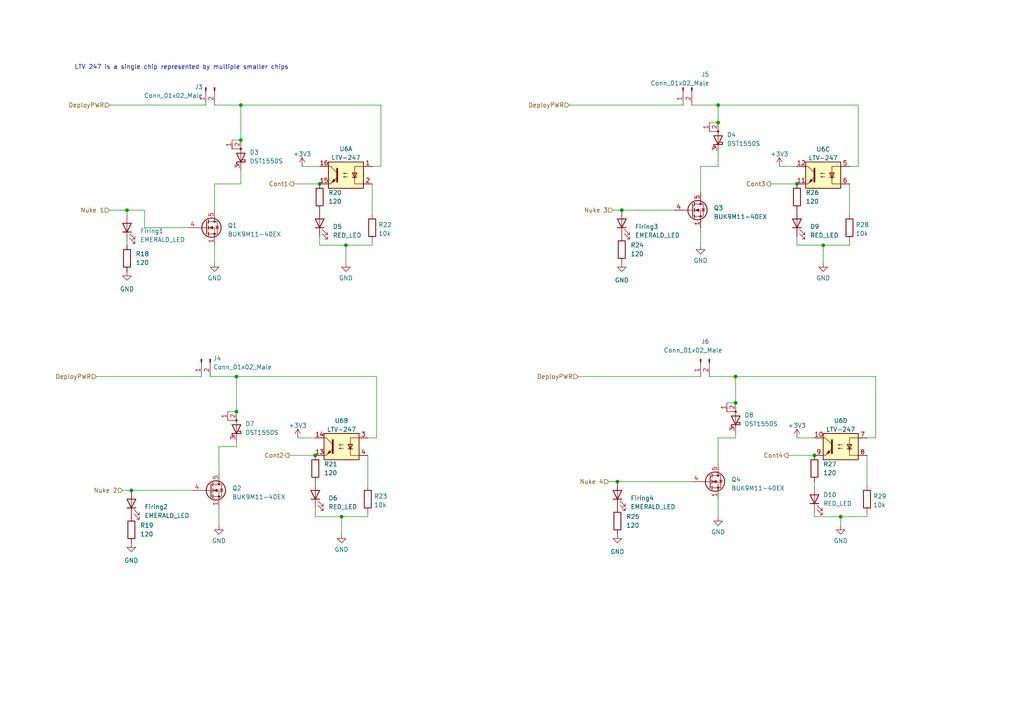
<source format=kicad_sch>
(kicad_sch (version 20230121) (generator eeschema)

  (uuid 06cdc055-2445-4bcf-9b13-1061612fc96e)

  (paper "A4")

  (lib_symbols
    (symbol "Connector:Conn_01x02_Male" (pin_names (offset 1.016) hide) (in_bom yes) (on_board yes)
      (property "Reference" "J" (at 0 2.54 0)
        (effects (font (size 1.27 1.27)))
      )
      (property "Value" "Conn_01x02_Male" (at 0 -5.08 0)
        (effects (font (size 1.27 1.27)))
      )
      (property "Footprint" "" (at 0 0 0)
        (effects (font (size 1.27 1.27)) hide)
      )
      (property "Datasheet" "~" (at 0 0 0)
        (effects (font (size 1.27 1.27)) hide)
      )
      (property "ki_keywords" "connector" (at 0 0 0)
        (effects (font (size 1.27 1.27)) hide)
      )
      (property "ki_description" "Generic connector, single row, 01x02, script generated (kicad-library-utils/schlib/autogen/connector/)" (at 0 0 0)
        (effects (font (size 1.27 1.27)) hide)
      )
      (property "ki_fp_filters" "Connector*:*_1x??_*" (at 0 0 0)
        (effects (font (size 1.27 1.27)) hide)
      )
      (symbol "Conn_01x02_Male_1_1"
        (polyline
          (pts
            (xy 1.27 -2.54)
            (xy 0.8636 -2.54)
          )
          (stroke (width 0.1524) (type default))
          (fill (type none))
        )
        (polyline
          (pts
            (xy 1.27 0)
            (xy 0.8636 0)
          )
          (stroke (width 0.1524) (type default))
          (fill (type none))
        )
        (rectangle (start 0.8636 -2.413) (end 0 -2.667)
          (stroke (width 0.1524) (type default))
          (fill (type outline))
        )
        (rectangle (start 0.8636 0.127) (end 0 -0.127)
          (stroke (width 0.1524) (type default))
          (fill (type outline))
        )
        (pin passive line (at 5.08 0 180) (length 3.81)
          (name "Pin_1" (effects (font (size 1.27 1.27))))
          (number "1" (effects (font (size 1.27 1.27))))
        )
        (pin passive line (at 5.08 -2.54 180) (length 3.81)
          (name "Pin_2" (effects (font (size 1.27 1.27))))
          (number "2" (effects (font (size 1.27 1.27))))
        )
      )
    )
    (symbol "Device:D_Schottky_AAK" (pin_names (offset 0) hide) (in_bom yes) (on_board yes)
      (property "Reference" "D" (at 0 2.54 0)
        (effects (font (size 1.27 1.27)))
      )
      (property "Value" "D_Schottky_AAK" (at 0 -2.54 0)
        (effects (font (size 1.27 1.27)))
      )
      (property "Footprint" "" (at 0 0 0)
        (effects (font (size 1.27 1.27)) hide)
      )
      (property "Datasheet" "~" (at 0 0 0)
        (effects (font (size 1.27 1.27)) hide)
      )
      (property "ki_keywords" "diode Schottky SCHDPAK" (at 0 0 0)
        (effects (font (size 1.27 1.27)) hide)
      )
      (property "ki_description" "Schottky diode, anode on pins 1 and 2" (at 0 0 0)
        (effects (font (size 1.27 1.27)) hide)
      )
      (property "ki_fp_filters" "TO-???* *_Diode_* *SingleDiode* D_*" (at 0 0 0)
        (effects (font (size 1.27 1.27)) hide)
      )
      (symbol "D_Schottky_AAK_0_1"
        (polyline
          (pts
            (xy 1.27 1.27)
            (xy 1.27 -1.27)
            (xy -1.27 0)
            (xy 1.27 1.27)
          )
          (stroke (width 0.254) (type default))
          (fill (type none))
        )
        (polyline
          (pts
            (xy 3.81 2.54)
            (xy 2.54 2.54)
            (xy 2.54 0)
            (xy -1.27 0)
          )
          (stroke (width 0) (type default))
          (fill (type none))
        )
        (polyline
          (pts
            (xy -1.905 0.635)
            (xy -1.905 1.27)
            (xy -1.27 1.27)
            (xy -1.27 -1.27)
            (xy -0.635 -1.27)
            (xy -0.635 -0.635)
          )
          (stroke (width 0.254) (type default))
          (fill (type none))
        )
        (circle (center 2.54 0) (radius 0.254)
          (stroke (width 0) (type default))
          (fill (type outline))
        )
      )
      (symbol "D_Schottky_AAK_1_1"
        (pin passive line (at 5.08 2.54 180) (length 2.54)
          (name "A" (effects (font (size 1.27 1.27))))
          (number "1" (effects (font (size 1.27 1.27))))
        )
        (pin passive line (at 5.08 0 180) (length 2.54)
          (name "A" (effects (font (size 1.27 1.27))))
          (number "2" (effects (font (size 1.27 1.27))))
        )
        (pin passive line (at -3.81 0 0) (length 2.54)
          (name "K" (effects (font (size 1.27 1.27))))
          (number "3" (effects (font (size 1.27 1.27))))
        )
      )
    )
    (symbol "Device:LED" (pin_numbers hide) (pin_names (offset 1.016) hide) (in_bom yes) (on_board yes)
      (property "Reference" "D" (at 0 2.54 0)
        (effects (font (size 1.27 1.27)))
      )
      (property "Value" "LED" (at 0 -2.54 0)
        (effects (font (size 1.27 1.27)))
      )
      (property "Footprint" "" (at 0 0 0)
        (effects (font (size 1.27 1.27)) hide)
      )
      (property "Datasheet" "~" (at 0 0 0)
        (effects (font (size 1.27 1.27)) hide)
      )
      (property "ki_keywords" "LED diode" (at 0 0 0)
        (effects (font (size 1.27 1.27)) hide)
      )
      (property "ki_description" "Light emitting diode" (at 0 0 0)
        (effects (font (size 1.27 1.27)) hide)
      )
      (property "ki_fp_filters" "LED* LED_SMD:* LED_THT:*" (at 0 0 0)
        (effects (font (size 1.27 1.27)) hide)
      )
      (symbol "LED_0_1"
        (polyline
          (pts
            (xy -1.27 -1.27)
            (xy -1.27 1.27)
          )
          (stroke (width 0.254) (type default))
          (fill (type none))
        )
        (polyline
          (pts
            (xy -1.27 0)
            (xy 1.27 0)
          )
          (stroke (width 0) (type default))
          (fill (type none))
        )
        (polyline
          (pts
            (xy 1.27 -1.27)
            (xy 1.27 1.27)
            (xy -1.27 0)
            (xy 1.27 -1.27)
          )
          (stroke (width 0.254) (type default))
          (fill (type none))
        )
        (polyline
          (pts
            (xy -3.048 -0.762)
            (xy -4.572 -2.286)
            (xy -3.81 -2.286)
            (xy -4.572 -2.286)
            (xy -4.572 -1.524)
          )
          (stroke (width 0) (type default))
          (fill (type none))
        )
        (polyline
          (pts
            (xy -1.778 -0.762)
            (xy -3.302 -2.286)
            (xy -2.54 -2.286)
            (xy -3.302 -2.286)
            (xy -3.302 -1.524)
          )
          (stroke (width 0) (type default))
          (fill (type none))
        )
      )
      (symbol "LED_1_1"
        (pin passive line (at -3.81 0 0) (length 2.54)
          (name "K" (effects (font (size 1.27 1.27))))
          (number "1" (effects (font (size 1.27 1.27))))
        )
        (pin passive line (at 3.81 0 180) (length 2.54)
          (name "A" (effects (font (size 1.27 1.27))))
          (number "2" (effects (font (size 1.27 1.27))))
        )
      )
    )
    (symbol "Device:R" (pin_numbers hide) (pin_names (offset 0)) (in_bom yes) (on_board yes)
      (property "Reference" "R" (at 2.032 0 90)
        (effects (font (size 1.27 1.27)))
      )
      (property "Value" "R" (at 0 0 90)
        (effects (font (size 1.27 1.27)))
      )
      (property "Footprint" "" (at -1.778 0 90)
        (effects (font (size 1.27 1.27)) hide)
      )
      (property "Datasheet" "~" (at 0 0 0)
        (effects (font (size 1.27 1.27)) hide)
      )
      (property "ki_keywords" "R res resistor" (at 0 0 0)
        (effects (font (size 1.27 1.27)) hide)
      )
      (property "ki_description" "Resistor" (at 0 0 0)
        (effects (font (size 1.27 1.27)) hide)
      )
      (property "ki_fp_filters" "R_*" (at 0 0 0)
        (effects (font (size 1.27 1.27)) hide)
      )
      (symbol "R_0_1"
        (rectangle (start -1.016 -2.54) (end 1.016 2.54)
          (stroke (width 0.254) (type default))
          (fill (type none))
        )
      )
      (symbol "R_1_1"
        (pin passive line (at 0 3.81 270) (length 1.27)
          (name "~" (effects (font (size 1.27 1.27))))
          (number "1" (effects (font (size 1.27 1.27))))
        )
        (pin passive line (at 0 -3.81 90) (length 1.27)
          (name "~" (effects (font (size 1.27 1.27))))
          (number "2" (effects (font (size 1.27 1.27))))
        )
      )
    )
    (symbol "Isolator:LTV-247" (in_bom yes) (on_board yes)
      (property "Reference" "U" (at -5.08 5.08 0)
        (effects (font (size 1.27 1.27)) (justify left))
      )
      (property "Value" "LTV-247" (at 0 5.08 0)
        (effects (font (size 1.27 1.27)) (justify left))
      )
      (property "Footprint" "Package_SO:SOP-16_4.4x10.4mm_P1.27mm" (at -5.08 -5.08 0)
        (effects (font (size 1.27 1.27) italic) (justify left) hide)
      )
      (property "Datasheet" "http://optoelectronics.liteon.com/upload/download/DS70-2009-0014/LTV-2X7%20sereis%20Mar17.PDF" (at 0 0 0)
        (effects (font (size 1.27 1.27)) (justify left) hide)
      )
      (property "ki_keywords" "NPN DC Quad Optocoupler" (at 0 0 0)
        (effects (font (size 1.27 1.27)) hide)
      )
      (property "ki_description" "DC Quad Optocoupler, Vce 80V, CTR 100-600%, SOP-16" (at 0 0 0)
        (effects (font (size 1.27 1.27)) hide)
      )
      (property "ki_fp_filters" "SOP*4.4x10.4mm*P1.27mm*" (at 0 0 0)
        (effects (font (size 1.27 1.27)) hide)
      )
      (symbol "LTV-247_0_1"
        (rectangle (start -5.08 3.81) (end 5.08 -3.81)
          (stroke (width 0.254) (type default))
          (fill (type background))
        )
        (polyline
          (pts
            (xy -3.175 -0.635)
            (xy -1.905 -0.635)
          )
          (stroke (width 0.254) (type default))
          (fill (type none))
        )
        (polyline
          (pts
            (xy 2.54 0.635)
            (xy 4.445 2.54)
          )
          (stroke (width 0) (type default))
          (fill (type none))
        )
        (polyline
          (pts
            (xy 4.445 -2.54)
            (xy 2.54 -0.635)
          )
          (stroke (width 0) (type default))
          (fill (type outline))
        )
        (polyline
          (pts
            (xy 4.445 -2.54)
            (xy 5.08 -2.54)
          )
          (stroke (width 0) (type default))
          (fill (type none))
        )
        (polyline
          (pts
            (xy 4.445 2.54)
            (xy 5.08 2.54)
          )
          (stroke (width 0) (type default))
          (fill (type none))
        )
        (polyline
          (pts
            (xy -2.54 -0.635)
            (xy -2.54 -2.54)
            (xy -5.08 -2.54)
          )
          (stroke (width 0) (type default))
          (fill (type none))
        )
        (polyline
          (pts
            (xy 2.54 1.905)
            (xy 2.54 -1.905)
            (xy 2.54 -1.905)
          )
          (stroke (width 0.508) (type default))
          (fill (type none))
        )
        (polyline
          (pts
            (xy -5.08 2.54)
            (xy -2.54 2.54)
            (xy -2.54 -1.27)
            (xy -2.54 0.635)
          )
          (stroke (width 0) (type default))
          (fill (type none))
        )
        (polyline
          (pts
            (xy -2.54 -0.635)
            (xy -3.175 0.635)
            (xy -1.905 0.635)
            (xy -2.54 -0.635)
          )
          (stroke (width 0.254) (type default))
          (fill (type none))
        )
        (polyline
          (pts
            (xy -0.508 -0.508)
            (xy 0.762 -0.508)
            (xy 0.381 -0.635)
            (xy 0.381 -0.381)
            (xy 0.762 -0.508)
          )
          (stroke (width 0) (type default))
          (fill (type none))
        )
        (polyline
          (pts
            (xy -0.508 0.508)
            (xy 0.762 0.508)
            (xy 0.381 0.381)
            (xy 0.381 0.635)
            (xy 0.762 0.508)
          )
          (stroke (width 0) (type default))
          (fill (type none))
        )
        (polyline
          (pts
            (xy 3.048 -1.651)
            (xy 3.556 -1.143)
            (xy 4.064 -2.159)
            (xy 3.048 -1.651)
            (xy 3.048 -1.651)
          )
          (stroke (width 0) (type default))
          (fill (type outline))
        )
      )
      (symbol "LTV-247_1_1"
        (pin passive line (at -7.62 2.54 0) (length 2.54)
          (name "~" (effects (font (size 1.27 1.27))))
          (number "1" (effects (font (size 1.27 1.27))))
        )
        (pin passive line (at 7.62 -2.54 180) (length 2.54)
          (name "~" (effects (font (size 1.27 1.27))))
          (number "15" (effects (font (size 1.27 1.27))))
        )
        (pin passive line (at 7.62 2.54 180) (length 2.54)
          (name "~" (effects (font (size 1.27 1.27))))
          (number "16" (effects (font (size 1.27 1.27))))
        )
        (pin passive line (at -7.62 -2.54 0) (length 2.54)
          (name "~" (effects (font (size 1.27 1.27))))
          (number "2" (effects (font (size 1.27 1.27))))
        )
      )
      (symbol "LTV-247_2_1"
        (pin passive line (at 7.62 -2.54 180) (length 2.54)
          (name "~" (effects (font (size 1.27 1.27))))
          (number "13" (effects (font (size 1.27 1.27))))
        )
        (pin passive line (at 7.62 2.54 180) (length 2.54)
          (name "~" (effects (font (size 1.27 1.27))))
          (number "14" (effects (font (size 1.27 1.27))))
        )
        (pin passive line (at -7.62 2.54 0) (length 2.54)
          (name "~" (effects (font (size 1.27 1.27))))
          (number "3" (effects (font (size 1.27 1.27))))
        )
        (pin passive line (at -7.62 -2.54 0) (length 2.54)
          (name "~" (effects (font (size 1.27 1.27))))
          (number "4" (effects (font (size 1.27 1.27))))
        )
      )
      (symbol "LTV-247_3_1"
        (pin passive line (at 7.62 -2.54 180) (length 2.54)
          (name "~" (effects (font (size 1.27 1.27))))
          (number "11" (effects (font (size 1.27 1.27))))
        )
        (pin passive line (at 7.62 2.54 180) (length 2.54)
          (name "~" (effects (font (size 1.27 1.27))))
          (number "12" (effects (font (size 1.27 1.27))))
        )
        (pin passive line (at -7.62 2.54 0) (length 2.54)
          (name "~" (effects (font (size 1.27 1.27))))
          (number "5" (effects (font (size 1.27 1.27))))
        )
        (pin passive line (at -7.62 -2.54 0) (length 2.54)
          (name "~" (effects (font (size 1.27 1.27))))
          (number "6" (effects (font (size 1.27 1.27))))
        )
      )
      (symbol "LTV-247_4_1"
        (pin passive line (at 7.62 2.54 180) (length 2.54)
          (name "~" (effects (font (size 1.27 1.27))))
          (number "10" (effects (font (size 1.27 1.27))))
        )
        (pin passive line (at -7.62 2.54 0) (length 2.54)
          (name "~" (effects (font (size 1.27 1.27))))
          (number "7" (effects (font (size 1.27 1.27))))
        )
        (pin passive line (at -7.62 -2.54 0) (length 2.54)
          (name "~" (effects (font (size 1.27 1.27))))
          (number "8" (effects (font (size 1.27 1.27))))
        )
        (pin passive line (at 7.62 -2.54 180) (length 2.54)
          (name "~" (effects (font (size 1.27 1.27))))
          (number "9" (effects (font (size 1.27 1.27))))
        )
      )
    )
    (symbol "Transistor_FET:BUK9M11-40EX" (pin_names hide) (in_bom yes) (on_board yes)
      (property "Reference" "Q" (at 5.08 1.905 0)
        (effects (font (size 1.27 1.27)) (justify left))
      )
      (property "Value" "BUK9M11-40EX" (at 5.08 0 0)
        (effects (font (size 1.27 1.27)) (justify left))
      )
      (property "Footprint" "Package_TO_SOT_SMD:LFPAK33" (at 5.08 -1.905 0)
        (effects (font (size 1.27 1.27) italic) (justify left) hide)
      )
      (property "Datasheet" "https://assets.nexperia.com/documents/data-sheet/BUK9M11-40E.pdf" (at 0 0 90)
        (effects (font (size 1.27 1.27)) (justify left) hide)
      )
      (property "ki_keywords" "Power MOSFET N-MOS" (at 0 0 0)
        (effects (font (size 1.27 1.27)) hide)
      )
      (property "ki_description" "53A Id, 40V Vds, N-Channel TrenchMOS MOSFET, 9mOhm Ron, 13.4nC Qqd, -55 to 175 °C, LFPAK33" (at 0 0 0)
        (effects (font (size 1.27 1.27)) hide)
      )
      (property "ki_fp_filters" "LFPAK33*" (at 0 0 0)
        (effects (font (size 1.27 1.27)) hide)
      )
      (symbol "BUK9M11-40EX_0_1"
        (polyline
          (pts
            (xy 0.254 0)
            (xy -2.54 0)
          )
          (stroke (width 0) (type default))
          (fill (type none))
        )
        (polyline
          (pts
            (xy 0.254 1.905)
            (xy 0.254 -1.905)
          )
          (stroke (width 0.254) (type default))
          (fill (type none))
        )
        (polyline
          (pts
            (xy 0.762 -1.27)
            (xy 0.762 -2.286)
          )
          (stroke (width 0.254) (type default))
          (fill (type none))
        )
        (polyline
          (pts
            (xy 0.762 0.508)
            (xy 0.762 -0.508)
          )
          (stroke (width 0.254) (type default))
          (fill (type none))
        )
        (polyline
          (pts
            (xy 0.762 2.286)
            (xy 0.762 1.27)
          )
          (stroke (width 0.254) (type default))
          (fill (type none))
        )
        (polyline
          (pts
            (xy 2.54 2.54)
            (xy 2.54 1.778)
          )
          (stroke (width 0) (type default))
          (fill (type none))
        )
        (polyline
          (pts
            (xy 2.54 -2.54)
            (xy 2.54 0)
            (xy 0.762 0)
          )
          (stroke (width 0) (type default))
          (fill (type none))
        )
        (polyline
          (pts
            (xy 0.762 -1.778)
            (xy 3.302 -1.778)
            (xy 3.302 1.778)
            (xy 0.762 1.778)
          )
          (stroke (width 0) (type default))
          (fill (type none))
        )
        (polyline
          (pts
            (xy 1.016 0)
            (xy 2.032 0.381)
            (xy 2.032 -0.381)
            (xy 1.016 0)
          )
          (stroke (width 0) (type default))
          (fill (type outline))
        )
        (polyline
          (pts
            (xy 2.794 0.508)
            (xy 2.921 0.381)
            (xy 3.683 0.381)
            (xy 3.81 0.254)
          )
          (stroke (width 0) (type default))
          (fill (type none))
        )
        (polyline
          (pts
            (xy 3.302 0.381)
            (xy 2.921 -0.254)
            (xy 3.683 -0.254)
            (xy 3.302 0.381)
          )
          (stroke (width 0) (type default))
          (fill (type none))
        )
        (circle (center 1.651 0) (radius 2.794)
          (stroke (width 0.254) (type default))
          (fill (type none))
        )
        (circle (center 2.54 -1.778) (radius 0.254)
          (stroke (width 0) (type default))
          (fill (type outline))
        )
        (circle (center 2.54 1.778) (radius 0.254)
          (stroke (width 0) (type default))
          (fill (type outline))
        )
      )
      (symbol "BUK9M11-40EX_1_1"
        (pin passive line (at 2.54 -5.08 90) (length 2.54)
          (name "S" (effects (font (size 1.27 1.27))))
          (number "1" (effects (font (size 1.27 1.27))))
        )
        (pin passive line (at 2.54 -5.08 90) (length 2.54) hide
          (name "S" (effects (font (size 1.27 1.27))))
          (number "2" (effects (font (size 1.27 1.27))))
        )
        (pin passive line (at 2.54 -5.08 90) (length 2.54) hide
          (name "S" (effects (font (size 1.27 1.27))))
          (number "3" (effects (font (size 1.27 1.27))))
        )
        (pin passive line (at -5.08 0 0) (length 2.54)
          (name "G" (effects (font (size 1.27 1.27))))
          (number "4" (effects (font (size 1.27 1.27))))
        )
        (pin passive line (at 2.54 5.08 270) (length 2.54)
          (name "D" (effects (font (size 1.27 1.27))))
          (number "5" (effects (font (size 1.27 1.27))))
        )
      )
    )
    (symbol "power:+3V3" (power) (pin_names (offset 0)) (in_bom yes) (on_board yes)
      (property "Reference" "#PWR" (at 0 -3.81 0)
        (effects (font (size 1.27 1.27)) hide)
      )
      (property "Value" "+3V3" (at 0 3.556 0)
        (effects (font (size 1.27 1.27)))
      )
      (property "Footprint" "" (at 0 0 0)
        (effects (font (size 1.27 1.27)) hide)
      )
      (property "Datasheet" "" (at 0 0 0)
        (effects (font (size 1.27 1.27)) hide)
      )
      (property "ki_keywords" "power-flag" (at 0 0 0)
        (effects (font (size 1.27 1.27)) hide)
      )
      (property "ki_description" "Power symbol creates a global label with name \"+3V3\"" (at 0 0 0)
        (effects (font (size 1.27 1.27)) hide)
      )
      (symbol "+3V3_0_1"
        (polyline
          (pts
            (xy -0.762 1.27)
            (xy 0 2.54)
          )
          (stroke (width 0) (type default))
          (fill (type none))
        )
        (polyline
          (pts
            (xy 0 0)
            (xy 0 2.54)
          )
          (stroke (width 0) (type default))
          (fill (type none))
        )
        (polyline
          (pts
            (xy 0 2.54)
            (xy 0.762 1.27)
          )
          (stroke (width 0) (type default))
          (fill (type none))
        )
      )
      (symbol "+3V3_1_1"
        (pin power_in line (at 0 0 90) (length 0) hide
          (name "+3V3" (effects (font (size 1.27 1.27))))
          (number "1" (effects (font (size 1.27 1.27))))
        )
      )
    )
    (symbol "power:GND" (power) (pin_names (offset 0)) (in_bom yes) (on_board yes)
      (property "Reference" "#PWR" (at 0 -6.35 0)
        (effects (font (size 1.27 1.27)) hide)
      )
      (property "Value" "GND" (at 0 -3.81 0)
        (effects (font (size 1.27 1.27)))
      )
      (property "Footprint" "" (at 0 0 0)
        (effects (font (size 1.27 1.27)) hide)
      )
      (property "Datasheet" "" (at 0 0 0)
        (effects (font (size 1.27 1.27)) hide)
      )
      (property "ki_keywords" "power-flag" (at 0 0 0)
        (effects (font (size 1.27 1.27)) hide)
      )
      (property "ki_description" "Power symbol creates a global label with name \"GND\" , ground" (at 0 0 0)
        (effects (font (size 1.27 1.27)) hide)
      )
      (symbol "GND_0_1"
        (polyline
          (pts
            (xy 0 0)
            (xy 0 -1.27)
            (xy 1.27 -1.27)
            (xy 0 -2.54)
            (xy -1.27 -1.27)
            (xy 0 -1.27)
          )
          (stroke (width 0) (type default))
          (fill (type none))
        )
      )
      (symbol "GND_1_1"
        (pin power_in line (at 0 0 270) (length 0) hide
          (name "GND" (effects (font (size 1.27 1.27))))
          (number "1" (effects (font (size 1.27 1.27))))
        )
      )
    )
  )

  (junction (at 213.36 116.84) (diameter 0) (color 0 0 0 0)
    (uuid 00edbcf1-59a9-49de-b0ac-9881bf104636)
  )
  (junction (at 69.85 30.48) (diameter 0) (color 0 0 0 0)
    (uuid 05de9977-56ad-4dd9-b6e0-aed5c14ac908)
  )
  (junction (at 243.84 149.86) (diameter 0) (color 0 0 0 0)
    (uuid 328fa516-bc2a-446a-a8d8-49c9eda57f2e)
  )
  (junction (at 68.58 119.38) (diameter 0) (color 0 0 0 0)
    (uuid 38c85cc3-5db9-401d-b589-2a3f3e3a7069)
  )
  (junction (at 180.34 60.96) (diameter 0) (color 0 0 0 0)
    (uuid 48133554-2bee-4f46-bc29-937e146ab326)
  )
  (junction (at 179.07 139.7) (diameter 0) (color 0 0 0 0)
    (uuid 4d11e945-17b6-46e6-8577-e1d8d64e2a1d)
  )
  (junction (at 208.28 30.48) (diameter 0) (color 0 0 0 0)
    (uuid 69ebd00a-4c0e-445d-86f9-6e50d88f8462)
  )
  (junction (at 38.1 142.24) (diameter 0) (color 0 0 0 0)
    (uuid 6b2f22f3-9cb5-43c8-af44-3571b472792a)
  )
  (junction (at 238.76 71.12) (diameter 0) (color 0 0 0 0)
    (uuid 6cd30f20-8d3a-4640-bd51-5fecdf45190f)
  )
  (junction (at 236.22 132.08) (diameter 0) (color 0 0 0 0)
    (uuid 831f62a8-5e23-4999-b261-11766dce521a)
  )
  (junction (at 208.28 35.56) (diameter 0) (color 0 0 0 0)
    (uuid 88aae143-a8fc-497c-b77b-738da618dd3e)
  )
  (junction (at 100.33 71.12) (diameter 0) (color 0 0 0 0)
    (uuid 9c0c700d-6619-4f06-92d8-345c8106c024)
  )
  (junction (at 92.71 53.34) (diameter 0) (color 0 0 0 0)
    (uuid 9ec7e011-db22-4981-a11a-e7c8f5a6c91b)
  )
  (junction (at 69.85 40.64) (diameter 0) (color 0 0 0 0)
    (uuid a132a0fb-c9c1-455b-b1ed-4d7aefbec6a1)
  )
  (junction (at 36.83 60.96) (diameter 0) (color 0 0 0 0)
    (uuid b3f1ce73-8470-49ce-a41b-448344d2bda1)
  )
  (junction (at 99.06 149.86) (diameter 0) (color 0 0 0 0)
    (uuid bb7afca4-4741-4251-869a-021b09f1879c)
  )
  (junction (at 91.44 132.08) (diameter 0) (color 0 0 0 0)
    (uuid c30eb84a-fe57-4e72-ae4a-dcede8bff90c)
  )
  (junction (at 213.36 109.22) (diameter 0) (color 0 0 0 0)
    (uuid e0d1b63a-fbb8-43ed-95f4-0408f5050065)
  )
  (junction (at 231.14 53.34) (diameter 0) (color 0 0 0 0)
    (uuid f7875884-49b7-4525-936c-5ea631521b8c)
  )
  (junction (at 68.58 109.22) (diameter 0) (color 0 0 0 0)
    (uuid faab1bfe-e406-4591-b631-074866abd5c9)
  )

  (wire (pts (xy 69.85 30.48) (xy 110.49 30.48))
    (stroke (width 0) (type default))
    (uuid 02da023a-d4bd-4ded-bc4f-9b16d7f8e836)
  )
  (wire (pts (xy 203.2 48.26) (xy 203.2 55.88))
    (stroke (width 0) (type default))
    (uuid 02df1ad4-e836-47c4-b28a-32bfc9124877)
  )
  (wire (pts (xy 208.28 30.48) (xy 208.28 35.56))
    (stroke (width 0) (type default))
    (uuid 049848b6-7812-4047-8a48-536811d72470)
  )
  (wire (pts (xy 85.09 53.34) (xy 92.71 53.34))
    (stroke (width 0) (type default))
    (uuid 04b5c6da-aa8d-4122-8801-cfbaf268cc73)
  )
  (wire (pts (xy 180.34 60.96) (xy 195.58 60.96))
    (stroke (width 0) (type default))
    (uuid 06ed61e0-566e-44da-b0a2-3a908bb16b2d)
  )
  (wire (pts (xy 208.28 44.45) (xy 208.28 48.26))
    (stroke (width 0) (type default))
    (uuid 088167fe-ff74-4ba0-8cfb-958b121f2695)
  )
  (wire (pts (xy 203.2 48.26) (xy 208.28 48.26))
    (stroke (width 0) (type default))
    (uuid 0c029347-f6a0-49a4-96c0-0365a0ed1131)
  )
  (wire (pts (xy 243.84 149.86) (xy 251.46 149.86))
    (stroke (width 0) (type default))
    (uuid 1b6daa7a-a660-4b3b-bc54-d12ebdb42271)
  )
  (wire (pts (xy 68.58 128.27) (xy 68.58 129.54))
    (stroke (width 0) (type default))
    (uuid 1bf738d6-7d5c-404d-895a-a2a1643a3495)
  )
  (wire (pts (xy 208.28 127) (xy 213.36 127))
    (stroke (width 0) (type default))
    (uuid 1f9c7422-1e77-4e92-b945-169aac2cf718)
  )
  (wire (pts (xy 226.06 48.26) (xy 231.14 48.26))
    (stroke (width 0) (type default))
    (uuid 214b9153-db8b-4589-a34b-68bfc3416f11)
  )
  (wire (pts (xy 68.58 109.22) (xy 109.22 109.22))
    (stroke (width 0) (type default))
    (uuid 2255a835-51d0-4ef0-8499-31b6c125f46b)
  )
  (wire (pts (xy 41.91 60.96) (xy 41.91 66.04))
    (stroke (width 0) (type default))
    (uuid 286e8776-963f-49bf-a701-c910e4151cfd)
  )
  (wire (pts (xy 99.06 149.86) (xy 106.68 149.86))
    (stroke (width 0) (type default))
    (uuid 2f2fe074-09a5-42f4-8c04-06a69b873f69)
  )
  (wire (pts (xy 100.33 71.12) (xy 100.33 76.2))
    (stroke (width 0) (type default))
    (uuid 31aa038c-f31e-4abb-885a-78fd703ec827)
  )
  (wire (pts (xy 179.07 139.7) (xy 200.66 139.7))
    (stroke (width 0) (type default))
    (uuid 3534fe84-7a96-4447-8015-5dcbff5dc5a0)
  )
  (wire (pts (xy 35.56 142.24) (xy 38.1 142.24))
    (stroke (width 0) (type default))
    (uuid 3596e4f6-a62f-45f3-a36d-75a44a506f70)
  )
  (wire (pts (xy 109.22 109.22) (xy 109.22 127))
    (stroke (width 0) (type default))
    (uuid 370e8611-b7c3-4483-bcca-c971bf8558e6)
  )
  (wire (pts (xy 83.82 132.08) (xy 91.44 132.08))
    (stroke (width 0) (type default))
    (uuid 38aa2104-dbac-4766-9d8d-7acb7b9b8dc0)
  )
  (wire (pts (xy 91.44 147.32) (xy 91.44 149.86))
    (stroke (width 0) (type default))
    (uuid 38f00610-e5e0-48c0-ba34-87fd3078aa43)
  )
  (wire (pts (xy 109.22 127) (xy 106.68 127))
    (stroke (width 0) (type default))
    (uuid 426b6a6b-81e0-42e3-b5d5-84123fc1f110)
  )
  (wire (pts (xy 248.92 30.48) (xy 248.92 48.26))
    (stroke (width 0) (type default))
    (uuid 474c2264-30fb-4df7-8a4b-8e1fa4aa2452)
  )
  (wire (pts (xy 208.28 127) (xy 208.28 134.62))
    (stroke (width 0) (type default))
    (uuid 4ac1c67d-495d-4720-8c08-234af596bfa9)
  )
  (wire (pts (xy 106.68 148.59) (xy 106.68 149.86))
    (stroke (width 0) (type default))
    (uuid 50a05630-af0d-4f41-b5f7-327ad8899d10)
  )
  (wire (pts (xy 36.83 69.85) (xy 36.83 71.12))
    (stroke (width 0) (type default))
    (uuid 51c30bc1-2046-443e-9748-f336bc237480)
  )
  (wire (pts (xy 87.63 48.26) (xy 92.71 48.26))
    (stroke (width 0) (type default))
    (uuid 56368784-7f71-4e8b-ad7c-fbed9db0283c)
  )
  (wire (pts (xy 251.46 132.08) (xy 251.46 140.97))
    (stroke (width 0) (type default))
    (uuid 5b082c46-6162-404f-ac9a-be41405870e7)
  )
  (wire (pts (xy 69.85 30.48) (xy 69.85 40.64))
    (stroke (width 0) (type default))
    (uuid 5b409e6c-82e9-4425-b1e0-9b85a8363078)
  )
  (wire (pts (xy 60.96 109.22) (xy 68.58 109.22))
    (stroke (width 0) (type default))
    (uuid 5cf55051-4462-4745-9899-6a0cc683cf8c)
  )
  (wire (pts (xy 238.76 71.12) (xy 246.38 71.12))
    (stroke (width 0) (type default))
    (uuid 5e33589f-649c-4308-9988-a3a79193ffb7)
  )
  (wire (pts (xy 231.14 71.12) (xy 238.76 71.12))
    (stroke (width 0) (type default))
    (uuid 5e6f0c5d-a14d-47ad-bedf-e25836fc5116)
  )
  (wire (pts (xy 62.23 71.12) (xy 62.23 76.2))
    (stroke (width 0) (type default))
    (uuid 5f9905a7-4ea1-4fa6-8d51-7d4d40b443e9)
  )
  (wire (pts (xy 213.36 109.22) (xy 254 109.22))
    (stroke (width 0) (type default))
    (uuid 6480b215-b299-4538-8467-fb3c0bf9f6c9)
  )
  (wire (pts (xy 251.46 148.59) (xy 251.46 149.86))
    (stroke (width 0) (type default))
    (uuid 65c814e7-619b-4253-ae13-e7ff80021d93)
  )
  (wire (pts (xy 63.5 147.32) (xy 63.5 152.4))
    (stroke (width 0) (type default))
    (uuid 65f99e20-ae97-449a-a679-8352c694d37c)
  )
  (wire (pts (xy 107.95 69.85) (xy 107.95 71.12))
    (stroke (width 0) (type default))
    (uuid 6a655541-d4ca-4246-b57f-177ed3d5a55f)
  )
  (wire (pts (xy 31.75 60.96) (xy 36.83 60.96))
    (stroke (width 0) (type default))
    (uuid 6afef1da-1020-4962-8c74-1aa7dfb0e0a7)
  )
  (wire (pts (xy 213.36 109.22) (xy 213.36 116.84))
    (stroke (width 0) (type default))
    (uuid 73e5089d-9b2b-4d7c-856b-61027b02dede)
  )
  (wire (pts (xy 205.74 109.22) (xy 213.36 109.22))
    (stroke (width 0) (type default))
    (uuid 76f903dc-fdf2-4d71-a4e0-4f44c75d042d)
  )
  (wire (pts (xy 62.23 53.34) (xy 62.23 60.96))
    (stroke (width 0) (type default))
    (uuid 85f0956c-f5e0-419c-842d-85007a71cd40)
  )
  (wire (pts (xy 99.06 149.86) (xy 99.06 154.94))
    (stroke (width 0) (type default))
    (uuid 8724dab6-93d8-4b8d-9de9-61c48f5f5d62)
  )
  (wire (pts (xy 68.58 109.22) (xy 68.58 119.38))
    (stroke (width 0) (type default))
    (uuid 87756c88-c92c-4e20-8cc6-1736e34035de)
  )
  (wire (pts (xy 208.28 30.48) (xy 248.92 30.48))
    (stroke (width 0) (type default))
    (uuid 8c53ed69-a65a-4bef-9bec-7173d9bbff28)
  )
  (wire (pts (xy 203.2 66.04) (xy 203.2 71.12))
    (stroke (width 0) (type default))
    (uuid 8cee139c-5226-4dfb-a7d9-bd9971006d92)
  )
  (wire (pts (xy 236.22 148.59) (xy 236.22 149.86))
    (stroke (width 0) (type default))
    (uuid 8d5bc635-256b-4524-8a42-6be90733f195)
  )
  (wire (pts (xy 251.46 127) (xy 254 127))
    (stroke (width 0) (type default))
    (uuid 8df1c70c-90d1-4d63-b213-41a5ffd53163)
  )
  (wire (pts (xy 248.92 48.26) (xy 246.38 48.26))
    (stroke (width 0) (type default))
    (uuid 916ffebe-dcf4-456e-9068-0ef11f16297b)
  )
  (wire (pts (xy 110.49 48.26) (xy 107.95 48.26))
    (stroke (width 0) (type default))
    (uuid 92de699d-e75e-428e-9988-ad53023fa5b0)
  )
  (wire (pts (xy 92.71 71.12) (xy 100.33 71.12))
    (stroke (width 0) (type default))
    (uuid 93b1a14f-26d0-491b-840b-a45e2afda66f)
  )
  (wire (pts (xy 208.28 144.78) (xy 208.28 149.86))
    (stroke (width 0) (type default))
    (uuid 944b2f7c-a589-4148-a712-592fd90d71cc)
  )
  (wire (pts (xy 167.64 109.22) (xy 203.2 109.22))
    (stroke (width 0) (type default))
    (uuid 94eac6a1-f2d6-40c7-9946-aab5b85bf3f3)
  )
  (wire (pts (xy 246.38 69.85) (xy 246.38 71.12))
    (stroke (width 0) (type default))
    (uuid 9eb875dd-f9fb-4285-8e3c-2f9033ad0eb5)
  )
  (wire (pts (xy 177.8 60.96) (xy 180.34 60.96))
    (stroke (width 0) (type default))
    (uuid 9f38194b-5952-4f8a-8bb1-4a5a7ad57456)
  )
  (wire (pts (xy 231.14 68.58) (xy 231.14 71.12))
    (stroke (width 0) (type default))
    (uuid a11e8f48-1533-4c1d-9727-afdccfd785eb)
  )
  (wire (pts (xy 213.36 127) (xy 213.36 125.73))
    (stroke (width 0) (type default))
    (uuid af50a04d-0525-45ce-8dd2-05c4d21ff517)
  )
  (wire (pts (xy 246.38 53.34) (xy 246.38 62.23))
    (stroke (width 0) (type default))
    (uuid b522bc6d-2c9f-454e-b83b-933a54ebd96b)
  )
  (wire (pts (xy 38.1 142.24) (xy 55.88 142.24))
    (stroke (width 0) (type default))
    (uuid b54997f7-4345-430b-9006-3175a7322cba)
  )
  (wire (pts (xy 107.95 53.34) (xy 107.95 62.23))
    (stroke (width 0) (type default))
    (uuid b8a5e5b6-3c22-45e9-98b8-f67930155dbc)
  )
  (wire (pts (xy 231.14 127) (xy 236.22 127))
    (stroke (width 0) (type default))
    (uuid ba1f6a03-b805-445d-91bd-f7c23c3b0c84)
  )
  (wire (pts (xy 92.71 68.58) (xy 92.71 71.12))
    (stroke (width 0) (type default))
    (uuid bea49778-9946-4bc5-b23c-c51ffb22a019)
  )
  (wire (pts (xy 238.76 71.12) (xy 238.76 76.2))
    (stroke (width 0) (type default))
    (uuid c675913d-57eb-4b21-ac62-833f1cde2c3a)
  )
  (wire (pts (xy 67.31 40.64) (xy 69.85 40.64))
    (stroke (width 0) (type default))
    (uuid c72bb704-dff3-49eb-9b53-021a2b7b9ad7)
  )
  (wire (pts (xy 31.75 30.48) (xy 59.69 30.48))
    (stroke (width 0) (type default))
    (uuid ca422e62-44db-4269-94eb-3ee1a964f2cf)
  )
  (wire (pts (xy 236.22 149.86) (xy 243.84 149.86))
    (stroke (width 0) (type default))
    (uuid ccd0a12e-247c-4e53-9216-c7cd165ccb4e)
  )
  (wire (pts (xy 200.66 30.48) (xy 208.28 30.48))
    (stroke (width 0) (type default))
    (uuid d0f949a7-5a1a-494e-a339-75f6108f8361)
  )
  (wire (pts (xy 91.44 149.86) (xy 99.06 149.86))
    (stroke (width 0) (type default))
    (uuid d29decb8-cc8b-4dbd-b241-15abfecd8cca)
  )
  (wire (pts (xy 36.83 60.96) (xy 36.83 62.23))
    (stroke (width 0) (type default))
    (uuid d3518c61-1298-4992-9a55-a4f5e371c05e)
  )
  (wire (pts (xy 110.49 30.48) (xy 110.49 48.26))
    (stroke (width 0) (type default))
    (uuid d406380a-cd44-4001-a0cd-c07ec158220d)
  )
  (wire (pts (xy 243.84 149.86) (xy 243.84 152.4))
    (stroke (width 0) (type default))
    (uuid d46ccd24-39e8-48d9-a668-496f69332a91)
  )
  (wire (pts (xy 62.23 53.34) (xy 69.85 53.34))
    (stroke (width 0) (type default))
    (uuid d70980c1-9027-47ec-b223-7b4f8f0dfd54)
  )
  (wire (pts (xy 236.22 139.7) (xy 236.22 140.97))
    (stroke (width 0) (type default))
    (uuid d750436a-9acb-4a23-9246-8b79e69cc0e2)
  )
  (wire (pts (xy 63.5 129.54) (xy 63.5 137.16))
    (stroke (width 0) (type default))
    (uuid d8abf568-bed0-48d8-a24e-fc44bedff660)
  )
  (wire (pts (xy 63.5 129.54) (xy 68.58 129.54))
    (stroke (width 0) (type default))
    (uuid d9d195d4-e37f-482f-a32f-d374eb65fb55)
  )
  (wire (pts (xy 223.52 53.34) (xy 231.14 53.34))
    (stroke (width 0) (type default))
    (uuid da32e067-1095-48a9-9609-3011ba844ca3)
  )
  (wire (pts (xy 205.74 35.56) (xy 208.28 35.56))
    (stroke (width 0) (type default))
    (uuid da7ba3f5-4b58-4641-9ab1-c23b37f4a808)
  )
  (wire (pts (xy 210.82 116.84) (xy 213.36 116.84))
    (stroke (width 0) (type default))
    (uuid da9cdecd-a081-4729-b219-f28dda22a3ee)
  )
  (wire (pts (xy 62.23 30.48) (xy 69.85 30.48))
    (stroke (width 0) (type default))
    (uuid dc75e96a-218f-4ea1-aa22-0814f7e14176)
  )
  (wire (pts (xy 106.68 132.08) (xy 106.68 140.97))
    (stroke (width 0) (type default))
    (uuid df146c15-66c2-4c8c-818e-57e0e3b833d1)
  )
  (wire (pts (xy 69.85 49.53) (xy 69.85 53.34))
    (stroke (width 0) (type default))
    (uuid e4347966-5cbe-4067-9eb6-4d00d762bc66)
  )
  (wire (pts (xy 27.94 109.22) (xy 58.42 109.22))
    (stroke (width 0) (type default))
    (uuid e5fbe95e-5aab-4089-a457-d6e7b8ce3491)
  )
  (wire (pts (xy 36.83 60.96) (xy 41.91 60.96))
    (stroke (width 0) (type default))
    (uuid e9a14a36-cdcd-4eb2-8026-118876bbee98)
  )
  (wire (pts (xy 100.33 71.12) (xy 107.95 71.12))
    (stroke (width 0) (type default))
    (uuid ed7ecb36-a2d3-4759-aab8-8680f65f2b22)
  )
  (wire (pts (xy 176.53 139.7) (xy 179.07 139.7))
    (stroke (width 0) (type default))
    (uuid f0228b2e-64cb-473f-942f-e8eede613a29)
  )
  (wire (pts (xy 254 109.22) (xy 254 127))
    (stroke (width 0) (type default))
    (uuid f102a1d0-982c-4cf2-bef7-52bad3ae474e)
  )
  (wire (pts (xy 66.04 119.38) (xy 68.58 119.38))
    (stroke (width 0) (type default))
    (uuid fb08b62b-ace1-4cb1-acef-64a553670c18)
  )
  (wire (pts (xy 228.6 132.08) (xy 236.22 132.08))
    (stroke (width 0) (type default))
    (uuid fe25cdaa-10a8-4c35-afe6-0ea0e8cdd770)
  )
  (wire (pts (xy 165.1 30.48) (xy 198.12 30.48))
    (stroke (width 0) (type default))
    (uuid fe8d4de6-ec3c-4ea0-9ac0-1f63fb2e5473)
  )
  (wire (pts (xy 41.91 66.04) (xy 54.61 66.04))
    (stroke (width 0) (type default))
    (uuid fef0a155-f810-486b-879b-d3b7c9124712)
  )
  (wire (pts (xy 86.36 127) (xy 91.44 127))
    (stroke (width 0) (type default))
    (uuid ff5d4978-475d-4bae-be69-0e469368154d)
  )

  (text "LTV 247 is a single chip represented by multiple smaller chips"
    (at 21.59 20.32 0)
    (effects (font (size 1.27 1.27)) (justify left bottom))
    (uuid ecb52a74-5cf7-4197-a715-0ebe026f7372)
  )

  (hierarchical_label "Cont2" (shape output) (at 83.82 132.08 180) (fields_autoplaced)
    (effects (font (size 1.27 1.27)) (justify right))
    (uuid 0eabcf92-ee01-4572-97ad-33f192bf8f1d)
  )
  (hierarchical_label "Cont3" (shape output) (at 223.52 53.34 180) (fields_autoplaced)
    (effects (font (size 1.27 1.27)) (justify right))
    (uuid 2bba1919-2262-44a6-90f8-7dcdebb2789e)
  )
  (hierarchical_label "DeployPWR" (shape input) (at 167.64 109.22 180) (fields_autoplaced)
    (effects (font (size 1.27 1.27)) (justify right))
    (uuid 65eebd15-bf07-4c3f-9e60-79b08a48715b)
  )
  (hierarchical_label "Nuke 2" (shape input) (at 35.56 142.24 180) (fields_autoplaced)
    (effects (font (size 1.27 1.27)) (justify right))
    (uuid 75913a43-6f37-4faf-a2fd-6c18a4443307)
  )
  (hierarchical_label "DeployPWR" (shape input) (at 31.75 30.48 180) (fields_autoplaced)
    (effects (font (size 1.27 1.27)) (justify right))
    (uuid 79d6c32d-e49a-4ffb-b7f5-a3d0090ef002)
  )
  (hierarchical_label "DeployPWR" (shape input) (at 165.1 30.48 180) (fields_autoplaced)
    (effects (font (size 1.27 1.27)) (justify right))
    (uuid 94df2e31-c34d-42b2-b17c-5e5c747519ee)
  )
  (hierarchical_label "Nuke 3" (shape input) (at 177.8 60.96 180) (fields_autoplaced)
    (effects (font (size 1.27 1.27)) (justify right))
    (uuid b1d8061c-938f-42f2-9e3f-807741322979)
  )
  (hierarchical_label "Cont1" (shape output) (at 85.09 53.34 180) (fields_autoplaced)
    (effects (font (size 1.27 1.27)) (justify right))
    (uuid b27ea620-be9b-473c-b02c-68a319e6209e)
  )
  (hierarchical_label "DeployPWR" (shape input) (at 27.94 109.22 180) (fields_autoplaced)
    (effects (font (size 1.27 1.27)) (justify right))
    (uuid b479e6cd-6735-400e-b15e-b5660ca983f1)
  )
  (hierarchical_label "Nuke 1" (shape input) (at 31.75 60.96 180) (fields_autoplaced)
    (effects (font (size 1.27 1.27)) (justify right))
    (uuid b4dd83cb-ac4c-472b-b242-3dd23c8a0a00)
  )
  (hierarchical_label "Cont4" (shape output) (at 228.6 132.08 180) (fields_autoplaced)
    (effects (font (size 1.27 1.27)) (justify right))
    (uuid c8e7f243-a0e7-4d59-a04c-69e5aac5c139)
  )
  (hierarchical_label "Nuke 4" (shape input) (at 176.53 139.7 180) (fields_autoplaced)
    (effects (font (size 1.27 1.27)) (justify right))
    (uuid e3fa301b-e0f4-4acc-8131-8fc0c5587879)
  )

  (symbol (lib_id "Device:D_Schottky_AAK") (at 69.85 45.72 90) (unit 1)
    (in_bom yes) (on_board yes) (dnp no) (fields_autoplaced)
    (uuid 00000000-0000-0000-0000-00006201ef05)
    (property "Reference" "D3" (at 72.39 44.196 90)
      (effects (font (size 1.27 1.27)) (justify right))
    )
    (property "Value" "DST1550S" (at 72.39 46.736 90)
      (effects (font (size 1.27 1.27)) (justify right))
    )
    (property "Footprint" "Package_TO_SOT_SMD:TO-277B" (at 69.85 45.72 0)
      (effects (font (size 1.27 1.27)) hide)
    )
    (property "Datasheet" "~" (at 69.85 45.72 0)
      (effects (font (size 1.27 1.27)) hide)
    )
    (pin "1" (uuid b460f549-3eb2-41be-9e1c-20e04b9f3f2a))
    (pin "2" (uuid 790193d7-b496-4009-bc19-0803d839aedc))
    (pin "3" (uuid 29cd7520-13ad-45dc-9ef1-f4becc6c25b2))
    (instances
      (project "flintandsteel"
        (path "/7db990e4-92e1-4f99-b4d2-435bbec1ba83/b9a85f03-bf97-4e73-b79c-bd8547648cfe"
          (reference "D3") (unit 1)
        )
      )
    )
  )

  (symbol (lib_id "Connector:Conn_01x02_Male") (at 59.69 25.4 90) (mirror x) (unit 1)
    (in_bom yes) (on_board yes) (dnp no)
    (uuid 00000000-0000-0000-0000-00006202915f)
    (property "Reference" "J3" (at 58.8518 25.2003 90)
      (effects (font (size 1.27 1.27)) (justify left))
    )
    (property "Value" "Conn_01x02_Male" (at 58.8518 27.7372 90)
      (effects (font (size 1.27 1.27)) (justify left))
    )
    (property "Footprint" "TerminalBlock_Phoenix:TerminalBlock_Phoenix_PT-1,5-2-3.5-H_1x02_P3.50mm_Horizontal" (at 59.69 25.4 0)
      (effects (font (size 1.27 1.27)) hide)
    )
    (property "Datasheet" "~" (at 59.69 25.4 0)
      (effects (font (size 1.27 1.27)) hide)
    )
    (pin "1" (uuid d5a3f356-8484-480c-8597-9e63dbdf848e))
    (pin "2" (uuid 578783be-47eb-4de7-bfa7-4193fd4bc187))
    (instances
      (project "flintandsteel"
        (path "/7db990e4-92e1-4f99-b4d2-435bbec1ba83/b9a85f03-bf97-4e73-b79c-bd8547648cfe"
          (reference "J3") (unit 1)
        )
      )
    )
  )

  (symbol (lib_id "Device:LED") (at 179.07 143.51 90) (unit 1)
    (in_bom yes) (on_board yes) (dnp no) (fields_autoplaced)
    (uuid 10a432e8-e322-4c2f-ac63-ceaf586c13b2)
    (property "Reference" "Firing4" (at 182.88 144.4625 90)
      (effects (font (size 1.27 1.27)) (justify right))
    )
    (property "Value" "EMERALD_LED" (at 182.88 147.0025 90)
      (effects (font (size 1.27 1.27)) (justify right))
    )
    (property "Footprint" "LED_SMD:LED_0402_1005Metric" (at 179.07 143.51 0)
      (effects (font (size 1.27 1.27)) hide)
    )
    (property "Datasheet" "~" (at 179.07 143.51 0)
      (effects (font (size 1.27 1.27)) hide)
    )
    (pin "1" (uuid 8fb3758a-b915-4484-a4f1-a9a7a1ab8a38))
    (pin "2" (uuid 035d87cb-d8b1-4f4e-99de-2abe2784f315))
    (instances
      (project "flintandsteel"
        (path "/7db990e4-92e1-4f99-b4d2-435bbec1ba83/b9a85f03-bf97-4e73-b79c-bd8547648cfe"
          (reference "Firing4") (unit 1)
        )
      )
    )
  )

  (symbol (lib_id "Device:LED") (at 236.22 144.78 90) (unit 1)
    (in_bom yes) (on_board yes) (dnp no)
    (uuid 1427a246-c2d7-40d8-aa1e-19f7daf064aa)
    (property "Reference" "D10" (at 238.76 143.5131 90)
      (effects (font (size 1.27 1.27)) (justify right))
    )
    (property "Value" "RED_LED" (at 238.76 146.05 90)
      (effects (font (size 1.27 1.27)) (justify right))
    )
    (property "Footprint" "LED_SMD:LED_0603_1608Metric" (at 236.22 144.78 0)
      (effects (font (size 1.27 1.27)) hide)
    )
    (property "Datasheet" "~" (at 236.22 144.78 0)
      (effects (font (size 1.27 1.27)) hide)
    )
    (pin "1" (uuid 8e300752-3212-4f00-849a-2259cd13655b))
    (pin "2" (uuid 38b07c3e-3649-480c-8c1d-5a94265eef98))
    (instances
      (project "flintandsteel"
        (path "/7db990e4-92e1-4f99-b4d2-435bbec1ba83/b9a85f03-bf97-4e73-b79c-bd8547648cfe"
          (reference "D10") (unit 1)
        )
      )
    )
  )

  (symbol (lib_id "power:GND") (at 208.28 149.86 0) (unit 1)
    (in_bom yes) (on_board yes) (dnp no) (fields_autoplaced)
    (uuid 19f64480-1e6e-4606-b286-585b67d5edbe)
    (property "Reference" "#PWR061" (at 208.28 156.21 0)
      (effects (font (size 1.27 1.27)) hide)
    )
    (property "Value" "GND" (at 208.28 154.3034 0)
      (effects (font (size 1.27 1.27)))
    )
    (property "Footprint" "" (at 208.28 149.86 0)
      (effects (font (size 1.27 1.27)) hide)
    )
    (property "Datasheet" "" (at 208.28 149.86 0)
      (effects (font (size 1.27 1.27)) hide)
    )
    (pin "1" (uuid 4ed32754-0edc-45dc-bfe8-24e61955b6ec))
    (instances
      (project "flintandsteel"
        (path "/7db990e4-92e1-4f99-b4d2-435bbec1ba83/b9a85f03-bf97-4e73-b79c-bd8547648cfe"
          (reference "#PWR061") (unit 1)
        )
      )
    )
  )

  (symbol (lib_id "Transistor_FET:BUK9M11-40EX") (at 60.96 142.24 0) (unit 1)
    (in_bom yes) (on_board yes) (dnp no) (fields_autoplaced)
    (uuid 1a668e8c-6483-4e43-a9f8-c93c7840d6d7)
    (property "Reference" "Q2" (at 67.31 141.605 0)
      (effects (font (size 1.27 1.27)) (justify left))
    )
    (property "Value" "BUK9M11-40EX" (at 67.31 144.145 0)
      (effects (font (size 1.27 1.27)) (justify left))
    )
    (property "Footprint" "Package_TO_SOT_SMD:LFPAK33" (at 66.04 144.145 0)
      (effects (font (size 1.27 1.27) italic) (justify left) hide)
    )
    (property "Datasheet" "https://assets.nexperia.com/documents/data-sheet/BUK9M11-40E.pdf" (at 60.96 142.24 90)
      (effects (font (size 1.27 1.27)) (justify left) hide)
    )
    (pin "1" (uuid c4f39e45-a062-4d33-90c7-382c4b5a4c78))
    (pin "2" (uuid a83418a3-a33d-4057-abbc-850b3128b98e))
    (pin "3" (uuid d4a61647-0707-4b2b-bd81-6d7f788bf723))
    (pin "4" (uuid 03c50b6d-ecee-4d34-b9d9-93fb8fbd3078))
    (pin "5" (uuid fd01198f-988d-4788-a418-74251c0f15d4))
    (instances
      (project "flintandsteel"
        (path "/7db990e4-92e1-4f99-b4d2-435bbec1ba83/b9a85f03-bf97-4e73-b79c-bd8547648cfe"
          (reference "Q2") (unit 1)
        )
      )
    )
  )

  (symbol (lib_id "Connector:Conn_01x02_Male") (at 58.42 104.14 90) (mirror x) (unit 1)
    (in_bom yes) (on_board yes) (dnp no)
    (uuid 1d8c3322-3195-452f-8147-0176469cb5da)
    (property "Reference" "J4" (at 61.7981 103.9403 90)
      (effects (font (size 1.27 1.27)) (justify right))
    )
    (property "Value" "Conn_01x02_Male" (at 61.7981 106.4772 90)
      (effects (font (size 1.27 1.27)) (justify right))
    )
    (property "Footprint" "TerminalBlock_Phoenix:TerminalBlock_Phoenix_PT-1,5-2-3.5-H_1x02_P3.50mm_Horizontal" (at 58.42 104.14 0)
      (effects (font (size 1.27 1.27)) hide)
    )
    (property "Datasheet" "~" (at 58.42 104.14 0)
      (effects (font (size 1.27 1.27)) hide)
    )
    (pin "1" (uuid daaca49b-fb29-4a62-b567-f40b961f5f83))
    (pin "2" (uuid a421bb9f-728d-429a-8724-e2556379dd96))
    (instances
      (project "flintandsteel"
        (path "/7db990e4-92e1-4f99-b4d2-435bbec1ba83/b9a85f03-bf97-4e73-b79c-bd8547648cfe"
          (reference "J4") (unit 1)
        )
      )
    )
  )

  (symbol (lib_id "Isolator:LTV-247") (at 243.84 129.54 0) (mirror y) (unit 4)
    (in_bom yes) (on_board yes) (dnp no) (fields_autoplaced)
    (uuid 2262f710-a041-4baa-9304-7b4dfe1becf8)
    (property "Reference" "U6" (at 243.84 122.0302 0)
      (effects (font (size 1.27 1.27)))
    )
    (property "Value" "LTV-247" (at 243.84 124.5671 0)
      (effects (font (size 1.27 1.27)))
    )
    (property "Footprint" "Package_SO:SOP-16_4.4x10.4mm_P1.27mm" (at 248.92 134.62 0)
      (effects (font (size 1.27 1.27) italic) (justify left) hide)
    )
    (property "Datasheet" "http://optoelectronics.liteon.com/upload/download/DS70-2009-0014/LTV-2X7%20sereis%20Mar17.PDF" (at 243.84 129.54 0)
      (effects (font (size 1.27 1.27)) (justify left) hide)
    )
    (pin "1" (uuid 62d10f6a-8407-4f89-a2ec-7e1eb6f630fb))
    (pin "15" (uuid 112d6f55-7637-4ba7-9eed-0a922b30d019))
    (pin "16" (uuid 49a02b49-1420-4f5d-8c05-883aff742cca))
    (pin "2" (uuid 985a33eb-f1a8-4dfd-8932-94a31b4cf02f))
    (pin "13" (uuid debacd43-e5eb-4766-985a-beb8064c4290))
    (pin "14" (uuid 57cef24f-c9cf-4a22-85dd-fa5dda71cfde))
    (pin "3" (uuid 95cf1136-9799-47ec-abd7-0eb72152172d))
    (pin "4" (uuid 68d36737-2d94-447f-8b13-f269b3746bfc))
    (pin "11" (uuid 36760e25-3e87-4a72-993a-ddef3e46a647))
    (pin "12" (uuid 60535dd8-f5a8-499a-97d7-fe8f8144db87))
    (pin "5" (uuid f9a5d9a1-f28c-4a86-b40d-68a8f39a6e0d))
    (pin "6" (uuid 9c05b5a1-9787-4129-a1f5-de5922c8c359))
    (pin "10" (uuid 843f0032-aac1-4786-963f-4e75c53a1879))
    (pin "7" (uuid fde55df8-d98a-42d7-9bf3-d7b4b4250a9a))
    (pin "8" (uuid 7efa71d2-09d3-4e17-b147-8661f63e4d58))
    (pin "9" (uuid e10a255c-e6eb-4e44-9b29-50cc3cb3db7a))
    (instances
      (project "flintandsteel"
        (path "/7db990e4-92e1-4f99-b4d2-435bbec1ba83/b9a85f03-bf97-4e73-b79c-bd8547648cfe"
          (reference "U6") (unit 4)
        )
      )
    )
  )

  (symbol (lib_id "Device:D_Schottky_AAK") (at 208.28 40.64 90) (unit 1)
    (in_bom yes) (on_board yes) (dnp no) (fields_autoplaced)
    (uuid 2563f270-7f8c-4c89-9a50-9d7907b8e223)
    (property "Reference" "D4" (at 210.82 39.116 90)
      (effects (font (size 1.27 1.27)) (justify right))
    )
    (property "Value" "DST1550S" (at 210.82 41.656 90)
      (effects (font (size 1.27 1.27)) (justify right))
    )
    (property "Footprint" "Package_TO_SOT_SMD:TO-277B" (at 208.28 40.64 0)
      (effects (font (size 1.27 1.27)) hide)
    )
    (property "Datasheet" "~" (at 208.28 40.64 0)
      (effects (font (size 1.27 1.27)) hide)
    )
    (pin "1" (uuid 980a5dcd-ff02-4a31-a701-d6b3b72111d2))
    (pin "2" (uuid 5be56e4e-7bb7-41d3-888e-2ad8fa3d675e))
    (pin "3" (uuid ed6cd72f-4985-4265-a8c6-e1402f632187))
    (instances
      (project "flintandsteel"
        (path "/7db990e4-92e1-4f99-b4d2-435bbec1ba83/b9a85f03-bf97-4e73-b79c-bd8547648cfe"
          (reference "D4") (unit 1)
        )
      )
    )
  )

  (symbol (lib_id "power:+3V3") (at 231.14 127 0) (unit 1)
    (in_bom yes) (on_board yes) (dnp no) (fields_autoplaced)
    (uuid 2787562e-c137-4d32-8289-ee8708fc513d)
    (property "Reference" "#PWR063" (at 231.14 130.81 0)
      (effects (font (size 1.27 1.27)) hide)
    )
    (property "Value" "+3V3" (at 231.14 123.4242 0)
      (effects (font (size 1.27 1.27)))
    )
    (property "Footprint" "" (at 231.14 127 0)
      (effects (font (size 1.27 1.27)) hide)
    )
    (property "Datasheet" "" (at 231.14 127 0)
      (effects (font (size 1.27 1.27)) hide)
    )
    (pin "1" (uuid dc193d1a-a14b-4020-935c-da8d721a0774))
    (instances
      (project "flintandsteel"
        (path "/7db990e4-92e1-4f99-b4d2-435bbec1ba83/b9a85f03-bf97-4e73-b79c-bd8547648cfe"
          (reference "#PWR063") (unit 1)
        )
      )
    )
  )

  (symbol (lib_id "power:GND") (at 238.76 76.2 0) (unit 1)
    (in_bom yes) (on_board yes) (dnp no) (fields_autoplaced)
    (uuid 28b3cb87-e511-4cf7-8044-446900073d02)
    (property "Reference" "#PWR064" (at 238.76 82.55 0)
      (effects (font (size 1.27 1.27)) hide)
    )
    (property "Value" "GND" (at 238.76 80.6434 0)
      (effects (font (size 1.27 1.27)))
    )
    (property "Footprint" "" (at 238.76 76.2 0)
      (effects (font (size 1.27 1.27)) hide)
    )
    (property "Datasheet" "" (at 238.76 76.2 0)
      (effects (font (size 1.27 1.27)) hide)
    )
    (pin "1" (uuid 1d8acd50-83f2-4bdc-8ebd-70976186a2b1))
    (instances
      (project "flintandsteel"
        (path "/7db990e4-92e1-4f99-b4d2-435bbec1ba83/b9a85f03-bf97-4e73-b79c-bd8547648cfe"
          (reference "#PWR064") (unit 1)
        )
      )
    )
  )

  (symbol (lib_id "power:+3V3") (at 86.36 127 0) (unit 1)
    (in_bom yes) (on_board yes) (dnp no) (fields_autoplaced)
    (uuid 2962b5bd-b557-4195-ac59-6e84ddf455f3)
    (property "Reference" "#PWR055" (at 86.36 130.81 0)
      (effects (font (size 1.27 1.27)) hide)
    )
    (property "Value" "+3V3" (at 86.36 123.4242 0)
      (effects (font (size 1.27 1.27)))
    )
    (property "Footprint" "" (at 86.36 127 0)
      (effects (font (size 1.27 1.27)) hide)
    )
    (property "Datasheet" "" (at 86.36 127 0)
      (effects (font (size 1.27 1.27)) hide)
    )
    (pin "1" (uuid f85b1002-3be3-4f05-aaaf-b70071592172))
    (instances
      (project "flintandsteel"
        (path "/7db990e4-92e1-4f99-b4d2-435bbec1ba83/b9a85f03-bf97-4e73-b79c-bd8547648cfe"
          (reference "#PWR055") (unit 1)
        )
      )
    )
  )

  (symbol (lib_id "Device:LED") (at 36.83 66.04 90) (unit 1)
    (in_bom yes) (on_board yes) (dnp no) (fields_autoplaced)
    (uuid 3788f825-d096-4725-9265-056714919bf5)
    (property "Reference" "Firing1" (at 40.64 66.9925 90)
      (effects (font (size 1.27 1.27)) (justify right))
    )
    (property "Value" "EMERALD_LED" (at 40.64 69.5325 90)
      (effects (font (size 1.27 1.27)) (justify right))
    )
    (property "Footprint" "LED_SMD:LED_0402_1005Metric" (at 36.83 66.04 0)
      (effects (font (size 1.27 1.27)) hide)
    )
    (property "Datasheet" "~" (at 36.83 66.04 0)
      (effects (font (size 1.27 1.27)) hide)
    )
    (pin "1" (uuid ba3880cf-4347-423e-9b23-65a2e301456d))
    (pin "2" (uuid 671b3805-5be2-4aac-b32b-911b2d10ada2))
    (instances
      (project "flintandsteel"
        (path "/7db990e4-92e1-4f99-b4d2-435bbec1ba83/b9a85f03-bf97-4e73-b79c-bd8547648cfe"
          (reference "Firing1") (unit 1)
        )
      )
    )
  )

  (symbol (lib_id "Device:R") (at 180.34 72.39 0) (unit 1)
    (in_bom yes) (on_board yes) (dnp no) (fields_autoplaced)
    (uuid 3e90a967-c4bd-4c0f-bef2-c608d3f13ce5)
    (property "Reference" "R24" (at 182.88 71.1199 0)
      (effects (font (size 1.27 1.27)) (justify left))
    )
    (property "Value" "120" (at 182.88 73.6599 0)
      (effects (font (size 1.27 1.27)) (justify left))
    )
    (property "Footprint" "Resistor_SMD:R_0402_1005Metric" (at 178.562 72.39 90)
      (effects (font (size 1.27 1.27)) hide)
    )
    (property "Datasheet" "~" (at 180.34 72.39 0)
      (effects (font (size 1.27 1.27)) hide)
    )
    (pin "1" (uuid 913dd538-f493-45ad-8913-c28b523516a1))
    (pin "2" (uuid fb9b45e9-5a1a-4ba4-a00e-0f5424a94120))
    (instances
      (project "flintandsteel"
        (path "/7db990e4-92e1-4f99-b4d2-435bbec1ba83/b9a85f03-bf97-4e73-b79c-bd8547648cfe"
          (reference "R24") (unit 1)
        )
      )
    )
  )

  (symbol (lib_id "power:GND") (at 36.83 78.74 0) (unit 1)
    (in_bom yes) (on_board yes) (dnp no)
    (uuid 53fcb4f4-b3a8-4d7b-afcd-b688f7eb44c3)
    (property "Reference" "#PWR017" (at 36.83 85.09 0)
      (effects (font (size 1.27 1.27)) hide)
    )
    (property "Value" "GND" (at 36.83 83.82 0)
      (effects (font (size 1.27 1.27)))
    )
    (property "Footprint" "" (at 36.83 78.74 0)
      (effects (font (size 1.27 1.27)) hide)
    )
    (property "Datasheet" "" (at 36.83 78.74 0)
      (effects (font (size 1.27 1.27)) hide)
    )
    (pin "1" (uuid 0dd39577-12a2-4e8b-a4fb-87b7627134f5))
    (instances
      (project "flintandsteel"
        (path "/7db990e4-92e1-4f99-b4d2-435bbec1ba83/b9a85f03-bf97-4e73-b79c-bd8547648cfe"
          (reference "#PWR017") (unit 1)
        )
      )
    )
  )

  (symbol (lib_id "Device:R") (at 106.68 144.78 0) (unit 1)
    (in_bom yes) (on_board yes) (dnp no) (fields_autoplaced)
    (uuid 591c3c6b-2082-4e98-9c7b-a9c73c7d9526)
    (property "Reference" "R23" (at 108.458 143.9453 0)
      (effects (font (size 1.27 1.27)) (justify left))
    )
    (property "Value" "10k" (at 108.458 146.4822 0)
      (effects (font (size 1.27 1.27)) (justify left))
    )
    (property "Footprint" "Resistor_SMD:R_0603_1608Metric" (at 104.902 144.78 90)
      (effects (font (size 1.27 1.27)) hide)
    )
    (property "Datasheet" "~" (at 106.68 144.78 0)
      (effects (font (size 1.27 1.27)) hide)
    )
    (pin "1" (uuid 241dac57-4862-41fc-8887-7771f286e239))
    (pin "2" (uuid 645e2e36-00af-4e78-a19a-d0b1c28da360))
    (instances
      (project "flintandsteel"
        (path "/7db990e4-92e1-4f99-b4d2-435bbec1ba83/b9a85f03-bf97-4e73-b79c-bd8547648cfe"
          (reference "R23") (unit 1)
        )
      )
    )
  )

  (symbol (lib_id "power:GND") (at 38.1 157.48 0) (unit 1)
    (in_bom yes) (on_board yes) (dnp no) (fields_autoplaced)
    (uuid 5c8d190b-b167-4102-8b15-17a389cf452b)
    (property "Reference" "#PWR051" (at 38.1 163.83 0)
      (effects (font (size 1.27 1.27)) hide)
    )
    (property "Value" "GND" (at 38.1 162.56 0)
      (effects (font (size 1.27 1.27)))
    )
    (property "Footprint" "" (at 38.1 157.48 0)
      (effects (font (size 1.27 1.27)) hide)
    )
    (property "Datasheet" "" (at 38.1 157.48 0)
      (effects (font (size 1.27 1.27)) hide)
    )
    (pin "1" (uuid ca5cff2a-e868-42b5-921e-23402e9bc5a6))
    (instances
      (project "flintandsteel"
        (path "/7db990e4-92e1-4f99-b4d2-435bbec1ba83/b9a85f03-bf97-4e73-b79c-bd8547648cfe"
          (reference "#PWR051") (unit 1)
        )
      )
    )
  )

  (symbol (lib_id "Device:LED") (at 38.1 146.05 90) (unit 1)
    (in_bom yes) (on_board yes) (dnp no) (fields_autoplaced)
    (uuid 60bb8a2e-afdb-45b8-8746-f1e46f748843)
    (property "Reference" "Firing2" (at 41.91 147.0025 90)
      (effects (font (size 1.27 1.27)) (justify right))
    )
    (property "Value" "EMERALD_LED" (at 41.91 149.5425 90)
      (effects (font (size 1.27 1.27)) (justify right))
    )
    (property "Footprint" "LED_SMD:LED_0402_1005Metric" (at 38.1 146.05 0)
      (effects (font (size 1.27 1.27)) hide)
    )
    (property "Datasheet" "~" (at 38.1 146.05 0)
      (effects (font (size 1.27 1.27)) hide)
    )
    (pin "1" (uuid 0af1f831-95cc-4b20-af75-1ce4ec6f95fb))
    (pin "2" (uuid a05ef44a-d90b-43c8-be08-398a9483003e))
    (instances
      (project "flintandsteel"
        (path "/7db990e4-92e1-4f99-b4d2-435bbec1ba83/b9a85f03-bf97-4e73-b79c-bd8547648cfe"
          (reference "Firing2") (unit 1)
        )
      )
    )
  )

  (symbol (lib_id "Device:R") (at 231.14 57.15 0) (unit 1)
    (in_bom yes) (on_board yes) (dnp no) (fields_autoplaced)
    (uuid 62c86f46-8493-4a19-9f2f-6ecd7375fbf6)
    (property "Reference" "R26" (at 233.68 55.8799 0)
      (effects (font (size 1.27 1.27)) (justify left))
    )
    (property "Value" "120" (at 233.68 58.4199 0)
      (effects (font (size 1.27 1.27)) (justify left))
    )
    (property "Footprint" "Resistor_SMD:R_0603_1608Metric" (at 229.362 57.15 90)
      (effects (font (size 1.27 1.27)) hide)
    )
    (property "Datasheet" "~" (at 231.14 57.15 0)
      (effects (font (size 1.27 1.27)) hide)
    )
    (pin "1" (uuid 7c5b82af-e80c-46a2-96d8-da128d91c52c))
    (pin "2" (uuid 28cdefb3-667b-443f-841a-9f8e93246f80))
    (instances
      (project "flintandsteel"
        (path "/7db990e4-92e1-4f99-b4d2-435bbec1ba83/b9a85f03-bf97-4e73-b79c-bd8547648cfe"
          (reference "R26") (unit 1)
        )
      )
    )
  )

  (symbol (lib_id "power:GND") (at 243.84 152.4 0) (unit 1)
    (in_bom yes) (on_board yes) (dnp no) (fields_autoplaced)
    (uuid 6c653016-ffa7-44e0-b00f-3ec3bee88260)
    (property "Reference" "#PWR065" (at 243.84 158.75 0)
      (effects (font (size 1.27 1.27)) hide)
    )
    (property "Value" "GND" (at 243.84 156.8434 0)
      (effects (font (size 1.27 1.27)))
    )
    (property "Footprint" "" (at 243.84 152.4 0)
      (effects (font (size 1.27 1.27)) hide)
    )
    (property "Datasheet" "" (at 243.84 152.4 0)
      (effects (font (size 1.27 1.27)) hide)
    )
    (pin "1" (uuid 20f3e72f-12de-4bd4-90e5-f3962acde2e0))
    (instances
      (project "flintandsteel"
        (path "/7db990e4-92e1-4f99-b4d2-435bbec1ba83/b9a85f03-bf97-4e73-b79c-bd8547648cfe"
          (reference "#PWR065") (unit 1)
        )
      )
    )
  )

  (symbol (lib_id "Device:R") (at 91.44 135.89 0) (unit 1)
    (in_bom yes) (on_board yes) (dnp no) (fields_autoplaced)
    (uuid 7561458a-4c25-4956-a955-25da044fc32c)
    (property "Reference" "R21" (at 93.98 134.6199 0)
      (effects (font (size 1.27 1.27)) (justify left))
    )
    (property "Value" "120" (at 93.98 137.1599 0)
      (effects (font (size 1.27 1.27)) (justify left))
    )
    (property "Footprint" "Resistor_SMD:R_0603_1608Metric" (at 89.662 135.89 90)
      (effects (font (size 1.27 1.27)) hide)
    )
    (property "Datasheet" "~" (at 91.44 135.89 0)
      (effects (font (size 1.27 1.27)) hide)
    )
    (pin "1" (uuid e4f298f9-a6d4-4435-9c8a-b357225db3f5))
    (pin "2" (uuid 12958823-728a-482f-b96f-c788cc6e6a69))
    (instances
      (project "flintandsteel"
        (path "/7db990e4-92e1-4f99-b4d2-435bbec1ba83/b9a85f03-bf97-4e73-b79c-bd8547648cfe"
          (reference "R21") (unit 1)
        )
      )
    )
  )

  (symbol (lib_id "power:GND") (at 203.2 71.12 0) (unit 1)
    (in_bom yes) (on_board yes) (dnp no) (fields_autoplaced)
    (uuid 7ac05175-fb6d-4b76-93c2-237c56dcee5e)
    (property "Reference" "#PWR060" (at 203.2 77.47 0)
      (effects (font (size 1.27 1.27)) hide)
    )
    (property "Value" "GND" (at 203.2 75.5634 0)
      (effects (font (size 1.27 1.27)))
    )
    (property "Footprint" "" (at 203.2 71.12 0)
      (effects (font (size 1.27 1.27)) hide)
    )
    (property "Datasheet" "" (at 203.2 71.12 0)
      (effects (font (size 1.27 1.27)) hide)
    )
    (pin "1" (uuid 84c4dfd7-70d7-4f5f-b6b3-47100c847f5f))
    (instances
      (project "flintandsteel"
        (path "/7db990e4-92e1-4f99-b4d2-435bbec1ba83/b9a85f03-bf97-4e73-b79c-bd8547648cfe"
          (reference "#PWR060") (unit 1)
        )
      )
    )
  )

  (symbol (lib_id "Device:R") (at 179.07 151.13 0) (unit 1)
    (in_bom yes) (on_board yes) (dnp no) (fields_autoplaced)
    (uuid 7eb45fb3-6e16-46d5-9141-2315e6fedad3)
    (property "Reference" "R25" (at 181.61 149.8599 0)
      (effects (font (size 1.27 1.27)) (justify left))
    )
    (property "Value" "120" (at 181.61 152.3999 0)
      (effects (font (size 1.27 1.27)) (justify left))
    )
    (property "Footprint" "Resistor_SMD:R_0402_1005Metric" (at 177.292 151.13 90)
      (effects (font (size 1.27 1.27)) hide)
    )
    (property "Datasheet" "~" (at 179.07 151.13 0)
      (effects (font (size 1.27 1.27)) hide)
    )
    (pin "1" (uuid cce5ef63-e67e-43f0-834c-762868a45c5f))
    (pin "2" (uuid 4d7362cb-3e82-4cbc-aee2-36e75c4525e3))
    (instances
      (project "flintandsteel"
        (path "/7db990e4-92e1-4f99-b4d2-435bbec1ba83/b9a85f03-bf97-4e73-b79c-bd8547648cfe"
          (reference "R25") (unit 1)
        )
      )
    )
  )

  (symbol (lib_id "Connector:Conn_01x02_Male") (at 198.12 25.4 90) (mirror x) (unit 1)
    (in_bom yes) (on_board yes) (dnp no)
    (uuid 81d5c632-e84d-4db7-b110-b3254f40b7c4)
    (property "Reference" "J5" (at 205.74 21.5931 90)
      (effects (font (size 1.27 1.27)) (justify left))
    )
    (property "Value" "Conn_01x02_Male" (at 205.74 24.13 90)
      (effects (font (size 1.27 1.27)) (justify left))
    )
    (property "Footprint" "TerminalBlock_Phoenix:TerminalBlock_Phoenix_PT-1,5-2-3.5-H_1x02_P3.50mm_Horizontal" (at 198.12 25.4 0)
      (effects (font (size 1.27 1.27)) hide)
    )
    (property "Datasheet" "~" (at 198.12 25.4 0)
      (effects (font (size 1.27 1.27)) hide)
    )
    (pin "1" (uuid 676dad2e-ea0d-4549-82b6-1e6469aed67a))
    (pin "2" (uuid 355d0d42-a6dd-4dc8-8377-f9eab0188408))
    (instances
      (project "flintandsteel"
        (path "/7db990e4-92e1-4f99-b4d2-435bbec1ba83/b9a85f03-bf97-4e73-b79c-bd8547648cfe"
          (reference "J5") (unit 1)
        )
      )
    )
  )

  (symbol (lib_id "Device:R") (at 107.95 66.04 0) (unit 1)
    (in_bom yes) (on_board yes) (dnp no) (fields_autoplaced)
    (uuid 842da1ed-15c1-465c-ba9f-d1ab05734dcd)
    (property "Reference" "R22" (at 109.728 65.2053 0)
      (effects (font (size 1.27 1.27)) (justify left))
    )
    (property "Value" "10k" (at 109.728 67.7422 0)
      (effects (font (size 1.27 1.27)) (justify left))
    )
    (property "Footprint" "Resistor_SMD:R_0603_1608Metric" (at 106.172 66.04 90)
      (effects (font (size 1.27 1.27)) hide)
    )
    (property "Datasheet" "~" (at 107.95 66.04 0)
      (effects (font (size 1.27 1.27)) hide)
    )
    (pin "1" (uuid 16bd15c3-d2a2-494d-94a1-4eccba7c26c6))
    (pin "2" (uuid cfd88483-0ffd-493b-8932-50530c6a1b7c))
    (instances
      (project "flintandsteel"
        (path "/7db990e4-92e1-4f99-b4d2-435bbec1ba83/b9a85f03-bf97-4e73-b79c-bd8547648cfe"
          (reference "R22") (unit 1)
        )
      )
    )
  )

  (symbol (lib_id "Isolator:LTV-247") (at 100.33 50.8 0) (mirror y) (unit 1)
    (in_bom yes) (on_board yes) (dnp no) (fields_autoplaced)
    (uuid 86b0276b-458a-4dd3-a2a7-b60eca63bfba)
    (property "Reference" "U6" (at 100.33 43.18 0)
      (effects (font (size 1.27 1.27)))
    )
    (property "Value" "LTV-247" (at 100.33 45.72 0)
      (effects (font (size 1.27 1.27)))
    )
    (property "Footprint" "Package_SO:SOP-16_4.4x10.4mm_P1.27mm" (at 105.41 55.88 0)
      (effects (font (size 1.27 1.27) italic) (justify left) hide)
    )
    (property "Datasheet" "http://optoelectronics.liteon.com/upload/download/DS70-2009-0014/LTV-2X7%20sereis%20Mar17.PDF" (at 100.33 50.8 0)
      (effects (font (size 1.27 1.27)) (justify left) hide)
    )
    (pin "1" (uuid cd96dd92-c56a-4bfd-a9d0-5e8b3879c747))
    (pin "15" (uuid c8f29833-5abf-4e77-ba1d-d806da789016))
    (pin "16" (uuid 958bd0d2-635c-4c21-82d0-5283a6c0c878))
    (pin "2" (uuid 05486f05-9c6c-4a39-9bbb-fe601fa2e886))
    (pin "13" (uuid 2c418e1b-fd99-488d-907c-b33ffb65497d))
    (pin "14" (uuid 4c275c41-b231-415d-947f-e252c9c098c5))
    (pin "3" (uuid d95cf7ba-0202-459c-8b3e-37d647ccd563))
    (pin "4" (uuid 66549f06-2261-498b-a15e-3ddbaea1fd82))
    (pin "11" (uuid a233e0e1-926f-43fa-beed-32310935784d))
    (pin "12" (uuid ae794907-350d-4778-9f39-9a0e4caca9e8))
    (pin "5" (uuid 75570809-b02f-46c8-9747-728dab21136f))
    (pin "6" (uuid 81efb7ac-1e8b-4ac1-9153-c9311f8126bb))
    (pin "10" (uuid 6022b5d2-2fa6-4938-a246-d4973fdf4ddb))
    (pin "7" (uuid d5246f3d-8469-4a00-8f37-f3086cb3edfd))
    (pin "8" (uuid e3fac34a-b91e-4907-876d-2db9917b82ac))
    (pin "9" (uuid 172f89b0-b5fe-46ec-bbc8-85136ddc393f))
    (instances
      (project "flintandsteel"
        (path "/7db990e4-92e1-4f99-b4d2-435bbec1ba83/b9a85f03-bf97-4e73-b79c-bd8547648cfe"
          (reference "U6") (unit 1)
        )
      )
    )
  )

  (symbol (lib_id "Device:LED") (at 92.71 64.77 90) (unit 1)
    (in_bom yes) (on_board yes) (dnp no) (fields_autoplaced)
    (uuid 8c7ce44d-7886-413f-9402-aa2ede6b5bea)
    (property "Reference" "D5" (at 96.52 65.7225 90)
      (effects (font (size 1.27 1.27)) (justify right))
    )
    (property "Value" "RED_LED" (at 96.52 68.2625 90)
      (effects (font (size 1.27 1.27)) (justify right))
    )
    (property "Footprint" "LED_SMD:LED_0603_1608Metric" (at 92.71 64.77 0)
      (effects (font (size 1.27 1.27)) hide)
    )
    (property "Datasheet" "~" (at 92.71 64.77 0)
      (effects (font (size 1.27 1.27)) hide)
    )
    (pin "1" (uuid 8c285bab-5a2c-4fce-ab85-66eb609c60fa))
    (pin "2" (uuid 9ecc51fc-a27a-4e22-9379-5c819a62a604))
    (instances
      (project "flintandsteel"
        (path "/7db990e4-92e1-4f99-b4d2-435bbec1ba83/b9a85f03-bf97-4e73-b79c-bd8547648cfe"
          (reference "D5") (unit 1)
        )
      )
    )
  )

  (symbol (lib_id "Device:R") (at 92.71 57.15 0) (unit 1)
    (in_bom yes) (on_board yes) (dnp no) (fields_autoplaced)
    (uuid 917fe612-e6cc-4823-91db-f8e31d724366)
    (property "Reference" "R20" (at 95.25 55.8799 0)
      (effects (font (size 1.27 1.27)) (justify left))
    )
    (property "Value" "120" (at 95.25 58.4199 0)
      (effects (font (size 1.27 1.27)) (justify left))
    )
    (property "Footprint" "Resistor_SMD:R_0603_1608Metric" (at 90.932 57.15 90)
      (effects (font (size 1.27 1.27)) hide)
    )
    (property "Datasheet" "~" (at 92.71 57.15 0)
      (effects (font (size 1.27 1.27)) hide)
    )
    (pin "1" (uuid 7c83fb6d-3280-48f3-840a-eec6cb37720e))
    (pin "2" (uuid c300375e-7b65-448a-a2e7-a12726eeedc9))
    (instances
      (project "flintandsteel"
        (path "/7db990e4-92e1-4f99-b4d2-435bbec1ba83/b9a85f03-bf97-4e73-b79c-bd8547648cfe"
          (reference "R20") (unit 1)
        )
      )
    )
  )

  (symbol (lib_id "Device:LED") (at 231.14 64.77 90) (unit 1)
    (in_bom yes) (on_board yes) (dnp no) (fields_autoplaced)
    (uuid 970a776b-7463-4b76-bb22-78cfa029a544)
    (property "Reference" "D9" (at 234.95 65.7225 90)
      (effects (font (size 1.27 1.27)) (justify right))
    )
    (property "Value" "RED_LED" (at 234.95 68.2625 90)
      (effects (font (size 1.27 1.27)) (justify right))
    )
    (property "Footprint" "LED_SMD:LED_0603_1608Metric" (at 231.14 64.77 0)
      (effects (font (size 1.27 1.27)) hide)
    )
    (property "Datasheet" "~" (at 231.14 64.77 0)
      (effects (font (size 1.27 1.27)) hide)
    )
    (pin "1" (uuid 5ba19cf9-7b45-4072-8294-322dc89896c7))
    (pin "2" (uuid 87592d44-e7e7-43d7-9777-70d7ee111e10))
    (instances
      (project "flintandsteel"
        (path "/7db990e4-92e1-4f99-b4d2-435bbec1ba83/b9a85f03-bf97-4e73-b79c-bd8547648cfe"
          (reference "D9") (unit 1)
        )
      )
    )
  )

  (symbol (lib_id "Isolator:LTV-247") (at 99.06 129.54 0) (mirror y) (unit 2)
    (in_bom yes) (on_board yes) (dnp no) (fields_autoplaced)
    (uuid 9989f674-aa94-46b3-b32a-d16715030a8a)
    (property "Reference" "U6" (at 99.06 122.0302 0)
      (effects (font (size 1.27 1.27)))
    )
    (property "Value" "LTV-247" (at 99.06 124.5671 0)
      (effects (font (size 1.27 1.27)))
    )
    (property "Footprint" "Package_SO:SOP-16_4.4x10.4mm_P1.27mm" (at 104.14 134.62 0)
      (effects (font (size 1.27 1.27) italic) (justify left) hide)
    )
    (property "Datasheet" "http://optoelectronics.liteon.com/upload/download/DS70-2009-0014/LTV-2X7%20sereis%20Mar17.PDF" (at 99.06 129.54 0)
      (effects (font (size 1.27 1.27)) (justify left) hide)
    )
    (pin "1" (uuid 309e06aa-9586-4e64-b564-d229da1f36d1))
    (pin "15" (uuid 329c5334-bf7c-4059-95f2-8a4808770d57))
    (pin "16" (uuid 6f36c0b6-ccaf-4fcf-9bfb-c11f913882c5))
    (pin "2" (uuid f385e101-6025-4393-b9d0-bc183a629572))
    (pin "13" (uuid 535d4162-6b76-401f-817e-de5a5f662e31))
    (pin "14" (uuid 0a546952-136d-42af-9480-7f91b5cf35e2))
    (pin "3" (uuid cccbe31e-fcfd-4548-99f1-4f2ae2ca24dc))
    (pin "4" (uuid 9c9aa9ee-fb3a-4293-a3fb-dcbd0a30290a))
    (pin "11" (uuid ff1c2c12-7179-4260-94c2-949b05f94471))
    (pin "12" (uuid d77a30b8-4f1b-4871-b970-f5f91c8eea3f))
    (pin "5" (uuid 4095f2b6-f57a-451c-9075-f81c5b84c56f))
    (pin "6" (uuid f839dbb6-5423-4f7c-872b-6aa295c57dfe))
    (pin "10" (uuid 0a5afdfa-ba9b-4586-a62a-ae569e7bd508))
    (pin "7" (uuid ba67dbff-1e0e-4b65-b854-3ab5dbf9b038))
    (pin "8" (uuid fea33cc3-489d-4585-9013-23db64b1d456))
    (pin "9" (uuid 06a2ecca-fc3c-497c-8bfd-f171dc6724eb))
    (instances
      (project "flintandsteel"
        (path "/7db990e4-92e1-4f99-b4d2-435bbec1ba83/b9a85f03-bf97-4e73-b79c-bd8547648cfe"
          (reference "U6") (unit 2)
        )
      )
    )
  )

  (symbol (lib_id "Device:R") (at 236.22 135.89 0) (unit 1)
    (in_bom yes) (on_board yes) (dnp no) (fields_autoplaced)
    (uuid 9b1efe7c-1622-4adf-b042-ffcc4dc8de35)
    (property "Reference" "R27" (at 238.76 134.6199 0)
      (effects (font (size 1.27 1.27)) (justify left))
    )
    (property "Value" "120" (at 238.76 137.1599 0)
      (effects (font (size 1.27 1.27)) (justify left))
    )
    (property "Footprint" "Resistor_SMD:R_0603_1608Metric" (at 234.442 135.89 90)
      (effects (font (size 1.27 1.27)) hide)
    )
    (property "Datasheet" "~" (at 236.22 135.89 0)
      (effects (font (size 1.27 1.27)) hide)
    )
    (pin "1" (uuid 7910a969-1e69-4266-aebb-563c7fc27c6b))
    (pin "2" (uuid 4446663d-2d6e-4036-a476-218bc8457586))
    (instances
      (project "flintandsteel"
        (path "/7db990e4-92e1-4f99-b4d2-435bbec1ba83/b9a85f03-bf97-4e73-b79c-bd8547648cfe"
          (reference "R27") (unit 1)
        )
      )
    )
  )

  (symbol (lib_id "power:GND") (at 62.23 76.2 0) (unit 1)
    (in_bom yes) (on_board yes) (dnp no) (fields_autoplaced)
    (uuid a197de3e-a7a7-415a-9aed-af8d63ab592c)
    (property "Reference" "#PWR052" (at 62.23 82.55 0)
      (effects (font (size 1.27 1.27)) hide)
    )
    (property "Value" "GND" (at 62.23 80.6434 0)
      (effects (font (size 1.27 1.27)))
    )
    (property "Footprint" "" (at 62.23 76.2 0)
      (effects (font (size 1.27 1.27)) hide)
    )
    (property "Datasheet" "" (at 62.23 76.2 0)
      (effects (font (size 1.27 1.27)) hide)
    )
    (pin "1" (uuid d22f6cee-2247-4c6c-b285-313ca8d3c1e6))
    (instances
      (project "flintandsteel"
        (path "/7db990e4-92e1-4f99-b4d2-435bbec1ba83/b9a85f03-bf97-4e73-b79c-bd8547648cfe"
          (reference "#PWR052") (unit 1)
        )
      )
    )
  )

  (symbol (lib_id "power:+3V3") (at 226.06 48.26 0) (unit 1)
    (in_bom yes) (on_board yes) (dnp no) (fields_autoplaced)
    (uuid a851168f-39eb-48b6-b448-4d5beca787fc)
    (property "Reference" "#PWR062" (at 226.06 52.07 0)
      (effects (font (size 1.27 1.27)) hide)
    )
    (property "Value" "+3V3" (at 226.06 44.6842 0)
      (effects (font (size 1.27 1.27)))
    )
    (property "Footprint" "" (at 226.06 48.26 0)
      (effects (font (size 1.27 1.27)) hide)
    )
    (property "Datasheet" "" (at 226.06 48.26 0)
      (effects (font (size 1.27 1.27)) hide)
    )
    (pin "1" (uuid c86d71e6-4fc3-486d-bdaf-f5fc63587d69))
    (instances
      (project "flintandsteel"
        (path "/7db990e4-92e1-4f99-b4d2-435bbec1ba83/b9a85f03-bf97-4e73-b79c-bd8547648cfe"
          (reference "#PWR062") (unit 1)
        )
      )
    )
  )

  (symbol (lib_id "power:GND") (at 180.34 76.2 0) (unit 1)
    (in_bom yes) (on_board yes) (dnp no) (fields_autoplaced)
    (uuid a9a3d06c-0268-49a0-b912-4df392026e49)
    (property "Reference" "#PWR058" (at 180.34 82.55 0)
      (effects (font (size 1.27 1.27)) hide)
    )
    (property "Value" "GND" (at 180.34 81.28 0)
      (effects (font (size 1.27 1.27)))
    )
    (property "Footprint" "" (at 180.34 76.2 0)
      (effects (font (size 1.27 1.27)) hide)
    )
    (property "Datasheet" "" (at 180.34 76.2 0)
      (effects (font (size 1.27 1.27)) hide)
    )
    (pin "1" (uuid b295d9b1-7649-4cd7-8ef3-285ee1613b37))
    (instances
      (project "flintandsteel"
        (path "/7db990e4-92e1-4f99-b4d2-435bbec1ba83/b9a85f03-bf97-4e73-b79c-bd8547648cfe"
          (reference "#PWR058") (unit 1)
        )
      )
    )
  )

  (symbol (lib_id "Device:R") (at 251.46 144.78 0) (unit 1)
    (in_bom yes) (on_board yes) (dnp no) (fields_autoplaced)
    (uuid ac65894b-81bf-46ad-ae47-2186f79ca7e7)
    (property "Reference" "R29" (at 253.238 143.9453 0)
      (effects (font (size 1.27 1.27)) (justify left))
    )
    (property "Value" "10k" (at 253.238 146.4822 0)
      (effects (font (size 1.27 1.27)) (justify left))
    )
    (property "Footprint" "Resistor_SMD:R_0603_1608Metric" (at 249.682 144.78 90)
      (effects (font (size 1.27 1.27)) hide)
    )
    (property "Datasheet" "~" (at 251.46 144.78 0)
      (effects (font (size 1.27 1.27)) hide)
    )
    (pin "1" (uuid 2b39379f-adef-4753-921c-ca129c961c96))
    (pin "2" (uuid f9129d71-f4ac-4ecd-abfd-35b30f22f655))
    (instances
      (project "flintandsteel"
        (path "/7db990e4-92e1-4f99-b4d2-435bbec1ba83/b9a85f03-bf97-4e73-b79c-bd8547648cfe"
          (reference "R29") (unit 1)
        )
      )
    )
  )

  (symbol (lib_id "power:GND") (at 179.07 154.94 0) (unit 1)
    (in_bom yes) (on_board yes) (dnp no) (fields_autoplaced)
    (uuid b087fef0-1419-4456-b7c3-bfd21bf3c792)
    (property "Reference" "#PWR059" (at 179.07 161.29 0)
      (effects (font (size 1.27 1.27)) hide)
    )
    (property "Value" "GND" (at 179.07 160.02 0)
      (effects (font (size 1.27 1.27)))
    )
    (property "Footprint" "" (at 179.07 154.94 0)
      (effects (font (size 1.27 1.27)) hide)
    )
    (property "Datasheet" "" (at 179.07 154.94 0)
      (effects (font (size 1.27 1.27)) hide)
    )
    (pin "1" (uuid 7539d80e-8b51-4009-9917-aff4d351d0ec))
    (instances
      (project "flintandsteel"
        (path "/7db990e4-92e1-4f99-b4d2-435bbec1ba83/b9a85f03-bf97-4e73-b79c-bd8547648cfe"
          (reference "#PWR059") (unit 1)
        )
      )
    )
  )

  (symbol (lib_id "power:GND") (at 63.5 152.4 0) (unit 1)
    (in_bom yes) (on_board yes) (dnp no) (fields_autoplaced)
    (uuid b3c65e2a-3e4b-467d-8c5f-226dfb564948)
    (property "Reference" "#PWR053" (at 63.5 158.75 0)
      (effects (font (size 1.27 1.27)) hide)
    )
    (property "Value" "GND" (at 63.5 156.8434 0)
      (effects (font (size 1.27 1.27)))
    )
    (property "Footprint" "" (at 63.5 152.4 0)
      (effects (font (size 1.27 1.27)) hide)
    )
    (property "Datasheet" "" (at 63.5 152.4 0)
      (effects (font (size 1.27 1.27)) hide)
    )
    (pin "1" (uuid cd02d800-a6c2-483d-b587-6652e130da62))
    (instances
      (project "flintandsteel"
        (path "/7db990e4-92e1-4f99-b4d2-435bbec1ba83/b9a85f03-bf97-4e73-b79c-bd8547648cfe"
          (reference "#PWR053") (unit 1)
        )
      )
    )
  )

  (symbol (lib_id "power:GND") (at 99.06 154.94 0) (unit 1)
    (in_bom yes) (on_board yes) (dnp no) (fields_autoplaced)
    (uuid b3c71ea2-142c-4871-a3c6-14d9dea9c4ce)
    (property "Reference" "#PWR057" (at 99.06 161.29 0)
      (effects (font (size 1.27 1.27)) hide)
    )
    (property "Value" "GND" (at 99.06 159.3834 0)
      (effects (font (size 1.27 1.27)))
    )
    (property "Footprint" "" (at 99.06 154.94 0)
      (effects (font (size 1.27 1.27)) hide)
    )
    (property "Datasheet" "" (at 99.06 154.94 0)
      (effects (font (size 1.27 1.27)) hide)
    )
    (pin "1" (uuid 5d5dfb4a-23c8-47a1-b523-ac11d2193f8a))
    (instances
      (project "flintandsteel"
        (path "/7db990e4-92e1-4f99-b4d2-435bbec1ba83/b9a85f03-bf97-4e73-b79c-bd8547648cfe"
          (reference "#PWR057") (unit 1)
        )
      )
    )
  )

  (symbol (lib_id "Device:R") (at 36.83 74.93 0) (unit 1)
    (in_bom yes) (on_board yes) (dnp no) (fields_autoplaced)
    (uuid bc2a897d-98f7-4831-b12c-86c5f8bb1166)
    (property "Reference" "R18" (at 39.37 73.6599 0)
      (effects (font (size 1.27 1.27)) (justify left))
    )
    (property "Value" "120" (at 39.37 76.1999 0)
      (effects (font (size 1.27 1.27)) (justify left))
    )
    (property "Footprint" "Resistor_SMD:R_0402_1005Metric" (at 35.052 74.93 90)
      (effects (font (size 1.27 1.27)) hide)
    )
    (property "Datasheet" "~" (at 36.83 74.93 0)
      (effects (font (size 1.27 1.27)) hide)
    )
    (pin "1" (uuid 72d18261-e66b-4635-af4f-947d02687a7c))
    (pin "2" (uuid 25891452-0e49-4c7d-ac9a-d6738d93c3be))
    (instances
      (project "flintandsteel"
        (path "/7db990e4-92e1-4f99-b4d2-435bbec1ba83/b9a85f03-bf97-4e73-b79c-bd8547648cfe"
          (reference "R18") (unit 1)
        )
      )
    )
  )

  (symbol (lib_id "Device:D_Schottky_AAK") (at 68.58 124.46 90) (unit 1)
    (in_bom yes) (on_board yes) (dnp no) (fields_autoplaced)
    (uuid cce30b8d-2c7f-4ad2-ab4b-334e84dd4983)
    (property "Reference" "D7" (at 71.12 122.936 90)
      (effects (font (size 1.27 1.27)) (justify right))
    )
    (property "Value" "DST1550S" (at 71.12 125.476 90)
      (effects (font (size 1.27 1.27)) (justify right))
    )
    (property "Footprint" "Package_TO_SOT_SMD:TO-277B" (at 68.58 124.46 0)
      (effects (font (size 1.27 1.27)) hide)
    )
    (property "Datasheet" "~" (at 68.58 124.46 0)
      (effects (font (size 1.27 1.27)) hide)
    )
    (pin "1" (uuid 6854574f-5023-4d58-b100-62d36375036b))
    (pin "2" (uuid 215a15b1-0041-4122-b113-177851647e64))
    (pin "3" (uuid 50a54e66-1225-4579-97af-2c10903739ad))
    (instances
      (project "flintandsteel"
        (path "/7db990e4-92e1-4f99-b4d2-435bbec1ba83/b9a85f03-bf97-4e73-b79c-bd8547648cfe"
          (reference "D7") (unit 1)
        )
      )
    )
  )

  (symbol (lib_id "Transistor_FET:BUK9M11-40EX") (at 59.69 66.04 0) (unit 1)
    (in_bom yes) (on_board yes) (dnp no) (fields_autoplaced)
    (uuid ce128b5f-ff58-4db0-bd8d-408fcd4b7e9c)
    (property "Reference" "Q1" (at 66.04 65.405 0)
      (effects (font (size 1.27 1.27)) (justify left))
    )
    (property "Value" "BUK9M11-40EX" (at 66.04 67.945 0)
      (effects (font (size 1.27 1.27)) (justify left))
    )
    (property "Footprint" "Package_TO_SOT_SMD:LFPAK33" (at 64.77 67.945 0)
      (effects (font (size 1.27 1.27) italic) (justify left) hide)
    )
    (property "Datasheet" "https://assets.nexperia.com/documents/data-sheet/BUK9M11-40E.pdf" (at 59.69 66.04 90)
      (effects (font (size 1.27 1.27)) (justify left) hide)
    )
    (pin "1" (uuid 06a63ef5-efcc-43ab-b15f-f736d9332a43))
    (pin "2" (uuid 5ad233c3-d8b7-4224-bb75-67e671b4b169))
    (pin "3" (uuid 86a19241-3416-4278-9cc8-f798636a0701))
    (pin "4" (uuid 11426a4b-1957-4660-935c-469e8e98effc))
    (pin "5" (uuid 92cbb2c8-c1d0-4cad-8b6f-1c230a916377))
    (instances
      (project "flintandsteel"
        (path "/7db990e4-92e1-4f99-b4d2-435bbec1ba83/b9a85f03-bf97-4e73-b79c-bd8547648cfe"
          (reference "Q1") (unit 1)
        )
      )
    )
  )

  (symbol (lib_id "Device:R") (at 246.38 66.04 0) (unit 1)
    (in_bom yes) (on_board yes) (dnp no) (fields_autoplaced)
    (uuid cfb4626e-aabd-4095-b945-d81066e36818)
    (property "Reference" "R28" (at 248.158 65.2053 0)
      (effects (font (size 1.27 1.27)) (justify left))
    )
    (property "Value" "10k" (at 248.158 67.7422 0)
      (effects (font (size 1.27 1.27)) (justify left))
    )
    (property "Footprint" "Resistor_SMD:R_0603_1608Metric" (at 244.602 66.04 90)
      (effects (font (size 1.27 1.27)) hide)
    )
    (property "Datasheet" "~" (at 246.38 66.04 0)
      (effects (font (size 1.27 1.27)) hide)
    )
    (pin "1" (uuid a4ebd166-6476-4f03-9de4-a6eaa6bccde6))
    (pin "2" (uuid 884ba9ef-dead-496b-8437-8b6b3d2484e2))
    (instances
      (project "flintandsteel"
        (path "/7db990e4-92e1-4f99-b4d2-435bbec1ba83/b9a85f03-bf97-4e73-b79c-bd8547648cfe"
          (reference "R28") (unit 1)
        )
      )
    )
  )

  (symbol (lib_id "Device:R") (at 38.1 153.67 0) (unit 1)
    (in_bom yes) (on_board yes) (dnp no) (fields_autoplaced)
    (uuid d7122615-17b0-4821-b4c3-bdf15686e5b4)
    (property "Reference" "R19" (at 40.64 152.3999 0)
      (effects (font (size 1.27 1.27)) (justify left))
    )
    (property "Value" "120" (at 40.64 154.9399 0)
      (effects (font (size 1.27 1.27)) (justify left))
    )
    (property "Footprint" "Resistor_SMD:R_0402_1005Metric" (at 36.322 153.67 90)
      (effects (font (size 1.27 1.27)) hide)
    )
    (property "Datasheet" "~" (at 38.1 153.67 0)
      (effects (font (size 1.27 1.27)) hide)
    )
    (pin "1" (uuid 48ee3371-ff23-41ba-ad39-d03e8809abd0))
    (pin "2" (uuid 0678766b-4573-44f4-ac32-9be3341bb973))
    (instances
      (project "flintandsteel"
        (path "/7db990e4-92e1-4f99-b4d2-435bbec1ba83/b9a85f03-bf97-4e73-b79c-bd8547648cfe"
          (reference "R19") (unit 1)
        )
      )
    )
  )

  (symbol (lib_id "Device:LED") (at 91.44 143.51 90) (unit 1)
    (in_bom yes) (on_board yes) (dnp no) (fields_autoplaced)
    (uuid e6c3b1c5-6a8d-489b-99e2-7d520e3e8b57)
    (property "Reference" "D6" (at 95.25 144.4625 90)
      (effects (font (size 1.27 1.27)) (justify right))
    )
    (property "Value" "RED_LED" (at 95.25 147.0025 90)
      (effects (font (size 1.27 1.27)) (justify right))
    )
    (property "Footprint" "LED_SMD:LED_0603_1608Metric" (at 91.44 143.51 0)
      (effects (font (size 1.27 1.27)) hide)
    )
    (property "Datasheet" "~" (at 91.44 143.51 0)
      (effects (font (size 1.27 1.27)) hide)
    )
    (pin "1" (uuid f4205438-62a5-41c0-92f9-cbc756627396))
    (pin "2" (uuid 3e0a1df6-f14b-42b4-90e4-25d8bb5ca6b1))
    (instances
      (project "flintandsteel"
        (path "/7db990e4-92e1-4f99-b4d2-435bbec1ba83/b9a85f03-bf97-4e73-b79c-bd8547648cfe"
          (reference "D6") (unit 1)
        )
      )
    )
  )

  (symbol (lib_id "power:+3V3") (at 87.63 48.26 0) (unit 1)
    (in_bom yes) (on_board yes) (dnp no) (fields_autoplaced)
    (uuid e7c551a4-6498-4856-b2c3-c8253303243f)
    (property "Reference" "#PWR054" (at 87.63 52.07 0)
      (effects (font (size 1.27 1.27)) hide)
    )
    (property "Value" "+3V3" (at 87.63 44.6842 0)
      (effects (font (size 1.27 1.27)))
    )
    (property "Footprint" "" (at 87.63 48.26 0)
      (effects (font (size 1.27 1.27)) hide)
    )
    (property "Datasheet" "" (at 87.63 48.26 0)
      (effects (font (size 1.27 1.27)) hide)
    )
    (pin "1" (uuid 0db76490-6f87-441d-9e4c-3de9cc402e87))
    (instances
      (project "flintandsteel"
        (path "/7db990e4-92e1-4f99-b4d2-435bbec1ba83/b9a85f03-bf97-4e73-b79c-bd8547648cfe"
          (reference "#PWR054") (unit 1)
        )
      )
    )
  )

  (symbol (lib_id "Device:LED") (at 180.34 64.77 90) (unit 1)
    (in_bom yes) (on_board yes) (dnp no) (fields_autoplaced)
    (uuid e8d1a11f-dea7-4c4b-98dd-a2967844b010)
    (property "Reference" "Firing3" (at 184.15 65.7225 90)
      (effects (font (size 1.27 1.27)) (justify right))
    )
    (property "Value" "EMERALD_LED" (at 184.15 68.2625 90)
      (effects (font (size 1.27 1.27)) (justify right))
    )
    (property "Footprint" "LED_SMD:LED_0402_1005Metric" (at 180.34 64.77 0)
      (effects (font (size 1.27 1.27)) hide)
    )
    (property "Datasheet" "~" (at 180.34 64.77 0)
      (effects (font (size 1.27 1.27)) hide)
    )
    (pin "1" (uuid 6e964a6a-f78e-4ba0-9d06-61c0cf2d4195))
    (pin "2" (uuid de5eb607-daba-409a-bbfe-c4400d593bd3))
    (instances
      (project "flintandsteel"
        (path "/7db990e4-92e1-4f99-b4d2-435bbec1ba83/b9a85f03-bf97-4e73-b79c-bd8547648cfe"
          (reference "Firing3") (unit 1)
        )
      )
    )
  )

  (symbol (lib_id "Device:D_Schottky_AAK") (at 213.36 121.92 90) (unit 1)
    (in_bom yes) (on_board yes) (dnp no) (fields_autoplaced)
    (uuid ed3592db-4339-446b-b18d-cb3f02df8496)
    (property "Reference" "D8" (at 215.9 120.396 90)
      (effects (font (size 1.27 1.27)) (justify right))
    )
    (property "Value" "DST1550S" (at 215.9 122.936 90)
      (effects (font (size 1.27 1.27)) (justify right))
    )
    (property "Footprint" "Package_TO_SOT_SMD:TO-277B" (at 213.36 121.92 0)
      (effects (font (size 1.27 1.27)) hide)
    )
    (property "Datasheet" "~" (at 213.36 121.92 0)
      (effects (font (size 1.27 1.27)) hide)
    )
    (pin "1" (uuid e5d42068-4310-48c0-be44-720112dae1d1))
    (pin "2" (uuid 4679c732-f917-40cb-b909-47609fceaa6b))
    (pin "3" (uuid fdfd3bf4-6693-4f86-9a32-3cef3a4ed6a2))
    (instances
      (project "flintandsteel"
        (path "/7db990e4-92e1-4f99-b4d2-435bbec1ba83/b9a85f03-bf97-4e73-b79c-bd8547648cfe"
          (reference "D8") (unit 1)
        )
      )
    )
  )

  (symbol (lib_id "Connector:Conn_01x02_Male") (at 203.2 104.14 90) (mirror x) (unit 1)
    (in_bom yes) (on_board yes) (dnp no)
    (uuid efdbd23a-d26c-4cbd-8ad0-c755d79a7b83)
    (property "Reference" "J6" (at 205.74 99.06 90)
      (effects (font (size 1.27 1.27)) (justify left))
    )
    (property "Value" "Conn_01x02_Male" (at 209.55 101.6 90)
      (effects (font (size 1.27 1.27)) (justify left))
    )
    (property "Footprint" "TerminalBlock_Phoenix:TerminalBlock_Phoenix_PT-1,5-2-3.5-H_1x02_P3.50mm_Horizontal" (at 203.2 104.14 0)
      (effects (font (size 1.27 1.27)) hide)
    )
    (property "Datasheet" "~" (at 203.2 104.14 0)
      (effects (font (size 1.27 1.27)) hide)
    )
    (pin "1" (uuid fda31028-9ee0-4730-8975-e9f48ab7e344))
    (pin "2" (uuid 4d4ad4c9-bca2-4947-a598-b24d4c69d022))
    (instances
      (project "flintandsteel"
        (path "/7db990e4-92e1-4f99-b4d2-435bbec1ba83/b9a85f03-bf97-4e73-b79c-bd8547648cfe"
          (reference "J6") (unit 1)
        )
      )
    )
  )

  (symbol (lib_id "Transistor_FET:BUK9M11-40EX") (at 205.74 139.7 0) (unit 1)
    (in_bom yes) (on_board yes) (dnp no) (fields_autoplaced)
    (uuid f6b4ff3f-6486-4890-928a-657e2d8566dc)
    (property "Reference" "Q4" (at 212.09 139.065 0)
      (effects (font (size 1.27 1.27)) (justify left))
    )
    (property "Value" "BUK9M11-40EX" (at 212.09 141.605 0)
      (effects (font (size 1.27 1.27)) (justify left))
    )
    (property "Footprint" "Package_TO_SOT_SMD:LFPAK33" (at 210.82 141.605 0)
      (effects (font (size 1.27 1.27) italic) (justify left) hide)
    )
    (property "Datasheet" "https://assets.nexperia.com/documents/data-sheet/BUK9M11-40E.pdf" (at 205.74 139.7 90)
      (effects (font (size 1.27 1.27)) (justify left) hide)
    )
    (pin "1" (uuid 2c3bd2e9-4c6e-40b9-b09f-ad92380e4240))
    (pin "2" (uuid 9a882981-6003-4185-8224-2c80fae05de0))
    (pin "3" (uuid 962491b8-a528-42bd-a4a3-eb9ba1a6e4c8))
    (pin "4" (uuid a7bd27d8-9b6c-4308-8259-6b84dc09abaa))
    (pin "5" (uuid c95eab43-9091-4048-ac25-ed5fa17d0add))
    (instances
      (project "flintandsteel"
        (path "/7db990e4-92e1-4f99-b4d2-435bbec1ba83/b9a85f03-bf97-4e73-b79c-bd8547648cfe"
          (reference "Q4") (unit 1)
        )
      )
    )
  )

  (symbol (lib_id "Isolator:LTV-247") (at 238.76 50.8 0) (mirror y) (unit 3)
    (in_bom yes) (on_board yes) (dnp no) (fields_autoplaced)
    (uuid f6bae4c5-5f84-4a1a-9155-5c249beb3e91)
    (property "Reference" "U6" (at 238.76 43.2902 0)
      (effects (font (size 1.27 1.27)))
    )
    (property "Value" "LTV-247" (at 238.76 45.8271 0)
      (effects (font (size 1.27 1.27)))
    )
    (property "Footprint" "Package_SO:SOP-16_4.4x10.4mm_P1.27mm" (at 243.84 55.88 0)
      (effects (font (size 1.27 1.27) italic) (justify left) hide)
    )
    (property "Datasheet" "http://optoelectronics.liteon.com/upload/download/DS70-2009-0014/LTV-2X7%20sereis%20Mar17.PDF" (at 238.76 50.8 0)
      (effects (font (size 1.27 1.27)) (justify left) hide)
    )
    (pin "1" (uuid 96a4aa23-3974-418a-86c8-b5d400cb8555))
    (pin "15" (uuid 8c42ae8d-f1ff-45c9-ae15-5a8805bd3927))
    (pin "16" (uuid b23bf07a-0383-46f5-a393-78d337444601))
    (pin "2" (uuid b5ca3aff-1e25-40a3-8db4-75c086503ba4))
    (pin "13" (uuid 6f264750-b8e3-4efa-ab09-d59a1f013811))
    (pin "14" (uuid 1c793092-8d38-4304-9b63-11d3c935cb27))
    (pin "3" (uuid 5e4de4f7-e7dd-45cb-ab3a-efd8feca851c))
    (pin "4" (uuid 3e8f7679-6d93-4412-be6d-a73d1933b971))
    (pin "11" (uuid 9c50cfe7-991e-4186-8d74-03fd2485194f))
    (pin "12" (uuid 86a8cf3b-d4c2-477f-bc47-57dcf66bf78a))
    (pin "5" (uuid 7a2abd53-8524-4a50-879b-ef468bd1e44c))
    (pin "6" (uuid 753d278c-5505-404a-9578-a36258142798))
    (pin "10" (uuid 6c89064e-b73d-4588-9a8c-630f85cfccc0))
    (pin "7" (uuid 97577d85-ec4f-4175-80d3-63a51607c02b))
    (pin "8" (uuid 7dfeb862-76ca-40dc-bd77-dbb0b467a06b))
    (pin "9" (uuid dbd00153-2ca4-4f30-ac0b-9076ca568aea))
    (instances
      (project "flintandsteel"
        (path "/7db990e4-92e1-4f99-b4d2-435bbec1ba83/b9a85f03-bf97-4e73-b79c-bd8547648cfe"
          (reference "U6") (unit 3)
        )
      )
    )
  )

  (symbol (lib_id "Transistor_FET:BUK9M11-40EX") (at 200.66 60.96 0) (unit 1)
    (in_bom yes) (on_board yes) (dnp no) (fields_autoplaced)
    (uuid f6c04fac-af7f-4601-af49-3f1d2035ee35)
    (property "Reference" "Q3" (at 207.01 60.325 0)
      (effects (font (size 1.27 1.27)) (justify left))
    )
    (property "Value" "BUK9M11-40EX" (at 207.01 62.865 0)
      (effects (font (size 1.27 1.27)) (justify left))
    )
    (property "Footprint" "Package_TO_SOT_SMD:LFPAK33" (at 205.74 62.865 0)
      (effects (font (size 1.27 1.27) italic) (justify left) hide)
    )
    (property "Datasheet" "https://assets.nexperia.com/documents/data-sheet/BUK9M11-40E.pdf" (at 200.66 60.96 90)
      (effects (font (size 1.27 1.27)) (justify left) hide)
    )
    (pin "1" (uuid 52bef248-adb4-4685-b715-22e87f2de2c6))
    (pin "2" (uuid 85574130-fb86-4077-b828-6e7620d0db17))
    (pin "3" (uuid ec5a0cf9-feea-4a8c-8227-ed810c408653))
    (pin "4" (uuid ac732a45-33c1-49cd-97ce-883969b97324))
    (pin "5" (uuid 8f3fd644-3ec6-465e-870a-d2392a0c7d36))
    (instances
      (project "flintandsteel"
        (path "/7db990e4-92e1-4f99-b4d2-435bbec1ba83/b9a85f03-bf97-4e73-b79c-bd8547648cfe"
          (reference "Q3") (unit 1)
        )
      )
    )
  )

  (symbol (lib_id "power:GND") (at 100.33 76.2 0) (unit 1)
    (in_bom yes) (on_board yes) (dnp no) (fields_autoplaced)
    (uuid fedf2793-e571-499f-b664-588a2daa645f)
    (property "Reference" "#PWR056" (at 100.33 82.55 0)
      (effects (font (size 1.27 1.27)) hide)
    )
    (property "Value" "GND" (at 100.33 80.6434 0)
      (effects (font (size 1.27 1.27)))
    )
    (property "Footprint" "" (at 100.33 76.2 0)
      (effects (font (size 1.27 1.27)) hide)
    )
    (property "Datasheet" "" (at 100.33 76.2 0)
      (effects (font (size 1.27 1.27)) hide)
    )
    (pin "1" (uuid c72e3b60-7467-4566-840b-d0719258f666))
    (instances
      (project "flintandsteel"
        (path "/7db990e4-92e1-4f99-b4d2-435bbec1ba83/b9a85f03-bf97-4e73-b79c-bd8547648cfe"
          (reference "#PWR056") (unit 1)
        )
      )
    )
  )
)

</source>
